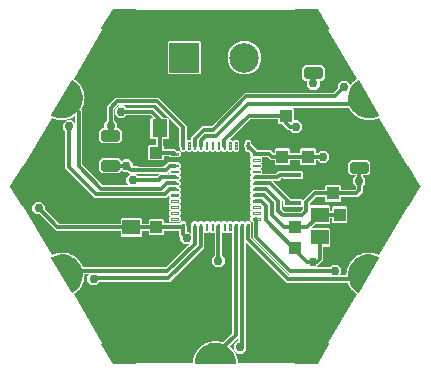
<source format=gbr>
G04 EAGLE Gerber RS-274X export*
G75*
%MOMM*%
%FSLAX34Y34*%
%LPD*%
%INBottom Copper*%
%IPPOS*%
%AMOC8*
5,1,8,0,0,1.08239X$1,22.5*%
G01*
%ADD10R,1.000000X1.100000*%
%ADD11R,1.500000X1.300000*%
%ADD12C,0.124994*%
%ADD13R,5.699988X5.699988*%
%ADD14R,1.399997X0.400000*%
%ADD15R,1.300000X1.500000*%
%ADD16R,1.100000X1.000000*%
%ADD17C,0.499997*%
%ADD18C,1.000000*%
%ADD19R,2.500000X2.500000*%
%ADD20C,2.500000*%
%ADD21C,0.304800*%
%ADD22C,0.756400*%
%ADD23C,0.177800*%

G36*
X443844Y270834D02*
X443844Y270834D01*
X443848Y270833D01*
X443848Y270837D01*
X443853Y270841D01*
X443849Y270846D01*
X443849Y270851D01*
X443141Y271560D01*
X443135Y271560D01*
X443132Y271563D01*
X408371Y271563D01*
X377653Y302281D01*
X377653Y315915D01*
X377643Y315927D01*
X377642Y315927D01*
X377641Y315927D01*
X376937Y315927D01*
X375677Y317187D01*
X375677Y320217D01*
X376653Y321194D01*
X376654Y321198D01*
X376657Y321201D01*
X376654Y321204D01*
X376654Y321209D01*
X376653Y321209D01*
X376653Y321210D01*
X375677Y322187D01*
X375677Y325217D01*
X376653Y326194D01*
X376654Y326202D01*
X376655Y326203D01*
X376654Y326203D01*
X376654Y326209D01*
X376653Y326209D01*
X376653Y326210D01*
X375677Y327187D01*
X375677Y330217D01*
X376653Y331194D01*
X376654Y331209D01*
X376653Y331209D01*
X376653Y331210D01*
X375677Y332187D01*
X375677Y335217D01*
X376653Y336194D01*
X376654Y336209D01*
X376653Y336209D01*
X376653Y336210D01*
X375677Y337187D01*
X375677Y340217D01*
X376653Y341194D01*
X376654Y341209D01*
X376653Y341209D01*
X376653Y341210D01*
X375677Y342187D01*
X375677Y345217D01*
X376653Y346194D01*
X376654Y346197D01*
X376654Y346198D01*
X376654Y346209D01*
X376653Y346209D01*
X376653Y346210D01*
X375677Y347187D01*
X375677Y350217D01*
X376653Y351194D01*
X376654Y351198D01*
X376656Y351200D01*
X376654Y351202D01*
X376654Y351209D01*
X376653Y351209D01*
X376653Y351210D01*
X375677Y352187D01*
X375677Y355217D01*
X376653Y356194D01*
X376654Y356200D01*
X376656Y356201D01*
X376654Y356204D01*
X376654Y356209D01*
X376653Y356209D01*
X376653Y356210D01*
X375677Y357187D01*
X375677Y360217D01*
X376653Y361194D01*
X376654Y361209D01*
X376653Y361209D01*
X376653Y361210D01*
X375677Y362187D01*
X375677Y365217D01*
X376653Y366194D01*
X376654Y366209D01*
X376653Y366209D01*
X376653Y366210D01*
X375677Y367187D01*
X375677Y370217D01*
X376653Y371194D01*
X376654Y371209D01*
X376653Y371209D01*
X376653Y371210D01*
X375677Y372187D01*
X375677Y374410D01*
X375674Y374415D01*
X375674Y374419D01*
X374419Y375674D01*
X374413Y375674D01*
X374410Y375677D01*
X372187Y375677D01*
X370927Y376937D01*
X370927Y379160D01*
X370924Y379165D01*
X370924Y379169D01*
X370653Y379439D01*
X370653Y381965D01*
X370924Y382235D01*
X370924Y382241D01*
X370927Y382244D01*
X370927Y384468D01*
X372187Y385727D01*
X375217Y385727D01*
X376477Y384468D01*
X376477Y382244D01*
X376480Y382240D01*
X376480Y382235D01*
X381961Y376754D01*
X381967Y376754D01*
X381970Y376751D01*
X393251Y376751D01*
X395651Y374351D01*
X395657Y374351D01*
X395659Y374348D01*
X395660Y374348D01*
X396231Y374348D01*
X396242Y374358D01*
X396242Y374359D01*
X396243Y374360D01*
X396243Y377430D01*
X397136Y378324D01*
X408399Y378324D01*
X409292Y377430D01*
X409292Y374318D01*
X409302Y374306D01*
X409303Y374306D01*
X409304Y374306D01*
X418093Y374306D01*
X418105Y374316D01*
X418104Y374317D01*
X418105Y374318D01*
X418105Y377388D01*
X418998Y378282D01*
X430261Y378282D01*
X431154Y377388D01*
X431154Y374241D01*
X431165Y374229D01*
X431165Y374230D01*
X431166Y374229D01*
X432759Y374229D01*
X432764Y374233D01*
X432768Y374233D01*
X435022Y376487D01*
X439419Y376487D01*
X442527Y373379D01*
X442527Y368982D01*
X439419Y365874D01*
X435022Y365874D01*
X432768Y368128D01*
X432762Y368128D01*
X432762Y368129D01*
X432759Y368132D01*
X431166Y368132D01*
X431154Y368121D01*
X431155Y368120D01*
X431154Y368120D01*
X431154Y365125D01*
X430261Y364232D01*
X418998Y364232D01*
X418105Y365125D01*
X418105Y368196D01*
X418094Y368208D01*
X418093Y368207D01*
X418093Y368208D01*
X409304Y368208D01*
X409292Y368198D01*
X409293Y368197D01*
X409292Y368196D01*
X409292Y365167D01*
X408399Y364274D01*
X397136Y364274D01*
X396243Y365167D01*
X396243Y368238D01*
X396232Y368250D01*
X396231Y368249D01*
X396231Y368250D01*
X393129Y368250D01*
X390729Y370650D01*
X390724Y370650D01*
X390721Y370653D01*
X385320Y370653D01*
X385317Y370651D01*
X385312Y370651D01*
X385312Y370647D01*
X385308Y370643D01*
X385312Y370639D01*
X385311Y370633D01*
X385727Y370217D01*
X385727Y367187D01*
X384751Y366210D01*
X384750Y366195D01*
X384751Y366195D01*
X384751Y366194D01*
X385727Y365217D01*
X385727Y362187D01*
X384751Y361210D01*
X384750Y361207D01*
X384750Y361206D01*
X384750Y361195D01*
X384751Y361195D01*
X384751Y361194D01*
X385727Y360217D01*
X385727Y357187D01*
X385311Y356771D01*
X385311Y356767D01*
X385309Y356766D01*
X385309Y356765D01*
X385308Y356764D01*
X385311Y356761D01*
X385310Y356755D01*
X385316Y356755D01*
X385320Y356751D01*
X397093Y356751D01*
X397097Y356754D01*
X397101Y356754D01*
X397742Y357395D01*
X399531Y359185D01*
X403560Y359185D01*
X403564Y359188D01*
X403568Y359188D01*
X403956Y359575D01*
X419219Y359575D01*
X420112Y358682D01*
X420112Y353419D01*
X419219Y352526D01*
X403956Y352526D01*
X403398Y353084D01*
X403392Y353084D01*
X403390Y353087D01*
X402062Y353087D01*
X402058Y353083D01*
X402054Y353084D01*
X401413Y352443D01*
X399623Y350653D01*
X394752Y350653D01*
X394749Y350651D01*
X394745Y350651D01*
X394745Y350647D01*
X394741Y350643D01*
X394744Y350639D01*
X394744Y350633D01*
X409798Y335579D01*
X409804Y335579D01*
X409806Y335576D01*
X419219Y335576D01*
X420112Y334682D01*
X420112Y329419D01*
X419219Y328526D01*
X403956Y328526D01*
X403063Y329419D01*
X403063Y333686D01*
X403059Y333690D01*
X403059Y333695D01*
X402240Y334513D01*
X402236Y334514D01*
X402233Y334517D01*
X402230Y334514D01*
X402225Y334514D01*
X402224Y334509D01*
X402220Y334505D01*
X402220Y326863D01*
X402224Y326858D01*
X402223Y326854D01*
X404502Y324576D01*
X404508Y324575D01*
X404511Y324572D01*
X417911Y324572D01*
X417915Y324576D01*
X417919Y324576D01*
X420191Y326847D01*
X420191Y326852D01*
X420194Y326855D01*
X420194Y334313D01*
X429141Y343259D01*
X439257Y343259D01*
X439269Y343270D01*
X439268Y343271D01*
X439269Y343271D01*
X439269Y346342D01*
X440162Y347235D01*
X451425Y347235D01*
X452318Y346342D01*
X452318Y343271D01*
X452329Y343260D01*
X452330Y343259D01*
X464201Y343259D01*
X464205Y343263D01*
X464209Y343263D01*
X464903Y343956D01*
X464903Y343962D01*
X464906Y343965D01*
X464906Y346333D01*
X464902Y346338D01*
X464903Y346342D01*
X462648Y348596D01*
X462648Y352992D01*
X464903Y355247D01*
X464903Y355253D01*
X464906Y355255D01*
X464906Y355412D01*
X464896Y355424D01*
X464895Y355423D01*
X464894Y355424D01*
X460788Y355424D01*
X458430Y357782D01*
X458430Y366116D01*
X460788Y368474D01*
X475122Y368474D01*
X477479Y366116D01*
X477479Y357782D01*
X475122Y355424D01*
X471015Y355424D01*
X471004Y355414D01*
X471004Y355413D01*
X471003Y355412D01*
X471003Y355255D01*
X471007Y355251D01*
X471007Y355247D01*
X473261Y352992D01*
X473261Y348596D01*
X471007Y346342D01*
X471007Y346336D01*
X471003Y346333D01*
X471003Y344040D01*
X471007Y344036D01*
X471007Y344032D01*
X471041Y343998D01*
X471041Y341472D01*
X469252Y339683D01*
X468521Y338951D01*
X466731Y337162D01*
X452330Y337162D01*
X452318Y337152D01*
X452319Y337151D01*
X452318Y337150D01*
X452318Y334079D01*
X451425Y333186D01*
X440162Y333186D01*
X439269Y334079D01*
X439269Y337150D01*
X439258Y337162D01*
X439258Y337161D01*
X439257Y337162D01*
X431671Y337162D01*
X431667Y337158D01*
X431663Y337159D01*
X426295Y331791D01*
X426295Y331785D01*
X426291Y331782D01*
X426291Y330177D01*
X426302Y330165D01*
X426303Y330166D01*
X426303Y330165D01*
X442470Y330165D01*
X443363Y329272D01*
X443363Y325181D01*
X443373Y325169D01*
X443374Y325170D01*
X443375Y325169D01*
X444753Y325169D01*
X444765Y325179D01*
X444764Y325180D01*
X444765Y325181D01*
X444765Y328252D01*
X445658Y329145D01*
X456922Y329145D01*
X457815Y328252D01*
X457815Y315988D01*
X456922Y315095D01*
X445658Y315095D01*
X444765Y315988D01*
X444765Y319059D01*
X444755Y319071D01*
X444754Y319070D01*
X444753Y319071D01*
X443375Y319071D01*
X443363Y319061D01*
X443363Y319060D01*
X443363Y319059D01*
X443363Y315008D01*
X442470Y314115D01*
X430630Y314115D01*
X430625Y314112D01*
X430621Y314112D01*
X427695Y311185D01*
X427694Y311181D01*
X427691Y311178D01*
X427694Y311175D01*
X427694Y311169D01*
X427699Y311169D01*
X427703Y311165D01*
X442470Y311165D01*
X443363Y310272D01*
X443363Y296008D01*
X442470Y295115D01*
X437399Y295115D01*
X437387Y295105D01*
X437387Y295104D01*
X437387Y295103D01*
X437387Y283578D01*
X433961Y280152D01*
X433960Y280147D01*
X433957Y280144D01*
X433957Y280128D01*
X431510Y277681D01*
X431510Y277677D01*
X431507Y277674D01*
X431510Y277671D01*
X431509Y277665D01*
X431515Y277665D01*
X431519Y277661D01*
X442952Y277661D01*
X442957Y277665D01*
X442961Y277664D01*
X445305Y280009D01*
X449701Y280009D01*
X452810Y276900D01*
X452810Y272504D01*
X451157Y270851D01*
X451157Y270847D01*
X451154Y270844D01*
X451157Y270841D01*
X451156Y270835D01*
X451162Y270835D01*
X451166Y270831D01*
X457020Y270831D01*
X457025Y270835D01*
X457029Y270836D01*
X457139Y270980D01*
X457138Y270985D01*
X457141Y270987D01*
X457183Y272486D01*
X457180Y272490D01*
X457181Y272493D01*
X457077Y272648D01*
X457206Y273305D01*
X457206Y273306D01*
X457207Y273307D01*
X457225Y273977D01*
X457361Y274105D01*
X457361Y274109D01*
X457364Y274111D01*
X457653Y275582D01*
X457650Y275586D01*
X457652Y275590D01*
X457575Y275759D01*
X457810Y276386D01*
X457810Y276387D01*
X457810Y276388D01*
X457811Y276388D01*
X457940Y277046D01*
X458094Y277150D01*
X458095Y277154D01*
X458099Y277155D01*
X458625Y278559D01*
X458625Y278560D01*
X458624Y278564D01*
X458626Y278567D01*
X458578Y278747D01*
X458913Y279326D01*
X458913Y279328D01*
X458914Y279328D01*
X459149Y279956D01*
X459319Y280033D01*
X459321Y280037D01*
X459324Y280037D01*
X460075Y281336D01*
X460074Y281340D01*
X460076Y281341D01*
X460076Y281342D01*
X460076Y281343D01*
X460058Y281528D01*
X460485Y282045D01*
X460485Y282046D01*
X460486Y282046D01*
X460821Y282626D01*
X461001Y282674D01*
X461004Y282678D01*
X461007Y282678D01*
X461961Y283835D01*
X461961Y283840D01*
X461964Y283842D01*
X461977Y284028D01*
X462482Y284467D01*
X462483Y284469D01*
X462484Y284469D01*
X462910Y284986D01*
X463095Y285004D01*
X463098Y285007D01*
X463102Y285006D01*
X464233Y285991D01*
X464234Y285995D01*
X464237Y285997D01*
X464281Y286178D01*
X464852Y286528D01*
X464852Y286530D01*
X464853Y286529D01*
X465359Y286969D01*
X465544Y286956D01*
X465548Y286959D01*
X465551Y286958D01*
X466829Y287742D01*
X466831Y287747D01*
X466834Y287748D01*
X466907Y287919D01*
X467528Y288171D01*
X467528Y288172D01*
X467530Y288172D01*
X468100Y288522D01*
X468281Y288479D01*
X468285Y288481D01*
X468289Y288480D01*
X469678Y289043D01*
X469680Y289047D01*
X469684Y289048D01*
X469784Y289205D01*
X470438Y289351D01*
X470438Y289352D01*
X470439Y289351D01*
X471060Y289603D01*
X471232Y289531D01*
X471236Y289532D01*
X471239Y289530D01*
X472703Y289857D01*
X472705Y289861D01*
X472709Y289861D01*
X472833Y289999D01*
X473502Y290036D01*
X473503Y290037D01*
X473504Y290036D01*
X474158Y290182D01*
X474315Y290082D01*
X474319Y290083D01*
X474320Y290081D01*
X474321Y290081D01*
X474322Y290080D01*
X475819Y290162D01*
X475822Y290165D01*
X475823Y290165D01*
X475826Y290165D01*
X475972Y290281D01*
X476637Y290207D01*
X476638Y290208D01*
X476639Y290207D01*
X477308Y290243D01*
X477447Y290119D01*
X477452Y290119D01*
X477454Y290116D01*
X478944Y289950D01*
X478948Y289953D01*
X478951Y289951D01*
X479114Y290042D01*
X479758Y289859D01*
X479760Y289860D01*
X479760Y289859D01*
X480426Y289785D01*
X480542Y289639D01*
X480547Y289639D01*
X480548Y289635D01*
X481991Y289226D01*
X481995Y289228D01*
X481998Y289227D01*
X482174Y289289D01*
X482779Y289003D01*
X482781Y289004D01*
X482781Y289002D01*
X483426Y288820D01*
X483516Y288657D01*
X483521Y288656D01*
X483522Y288652D01*
X484792Y288052D01*
X484794Y288052D01*
X484795Y288052D01*
X484799Y288052D01*
X484801Y288051D01*
X484890Y288075D01*
X484941Y288045D01*
X484956Y288048D01*
X484956Y288049D01*
X484957Y288049D01*
X509010Y329711D01*
X509618Y329291D01*
X509645Y329280D01*
X509667Y329261D01*
X509736Y329241D01*
X509801Y329213D01*
X509830Y329213D01*
X509858Y329205D01*
X509929Y329213D01*
X510000Y329213D01*
X510027Y329224D01*
X510056Y329227D01*
X510118Y329262D01*
X510183Y329290D01*
X510204Y329310D01*
X510229Y329325D01*
X510292Y329402D01*
X510322Y329432D01*
X510326Y329442D01*
X510335Y329453D01*
X519835Y345953D01*
X519845Y345985D01*
X519854Y345998D01*
X519858Y346022D01*
X519859Y346026D01*
X519890Y346096D01*
X519890Y346120D01*
X519898Y346142D01*
X519892Y346218D01*
X519893Y346295D01*
X519883Y346319D01*
X519882Y346340D01*
X519861Y346379D01*
X519835Y346451D01*
X510335Y362951D01*
X510316Y362973D01*
X510303Y362999D01*
X510250Y363047D01*
X510203Y363100D01*
X510177Y363113D01*
X510156Y363132D01*
X510088Y363155D01*
X510024Y363186D01*
X509995Y363188D01*
X509968Y363197D01*
X509896Y363192D01*
X509825Y363195D01*
X509798Y363185D01*
X509769Y363183D01*
X509679Y363141D01*
X509639Y363126D01*
X509631Y363119D01*
X509618Y363113D01*
X509010Y362693D01*
X484957Y404355D01*
X484949Y404357D01*
X484948Y404359D01*
X484945Y404359D01*
X484942Y404360D01*
X484942Y404359D01*
X484941Y404359D01*
X484890Y404329D01*
X484801Y404353D01*
X484796Y404351D01*
X484792Y404352D01*
X483522Y403752D01*
X483520Y403748D01*
X483516Y403747D01*
X483426Y403584D01*
X482781Y403401D01*
X482780Y403400D01*
X482779Y403401D01*
X482174Y403115D01*
X481998Y403177D01*
X481997Y403177D01*
X481992Y403177D01*
X481991Y403178D01*
X480548Y402769D01*
X480546Y402765D01*
X480542Y402765D01*
X480426Y402619D01*
X479760Y402545D01*
X479760Y402544D01*
X479759Y402544D01*
X479758Y402545D01*
X479114Y402362D01*
X478951Y402453D01*
X478947Y402452D01*
X478944Y402454D01*
X477454Y402288D01*
X477451Y402285D01*
X477447Y402285D01*
X477308Y402161D01*
X476639Y402197D01*
X476638Y402196D01*
X476637Y402197D01*
X475972Y402123D01*
X475826Y402239D01*
X475822Y402239D01*
X475819Y402242D01*
X474322Y402324D01*
X474318Y402321D01*
X474315Y402322D01*
X474158Y402222D01*
X473504Y402368D01*
X473503Y402367D01*
X473502Y402368D01*
X472833Y402405D01*
X472709Y402543D01*
X472704Y402544D01*
X472703Y402547D01*
X471239Y402874D01*
X471235Y402872D01*
X471232Y402873D01*
X471060Y402801D01*
X470439Y403053D01*
X470438Y403052D01*
X470438Y403053D01*
X469784Y403199D01*
X469684Y403356D01*
X469680Y403358D01*
X469678Y403361D01*
X468289Y403924D01*
X468284Y403923D01*
X468281Y403925D01*
X468100Y403882D01*
X467530Y404232D01*
X467528Y404232D01*
X467528Y404233D01*
X466907Y404485D01*
X466834Y404656D01*
X466830Y404658D01*
X466830Y404662D01*
X465551Y405446D01*
X465547Y405445D01*
X465544Y405448D01*
X465359Y405435D01*
X464853Y405875D01*
X464852Y405875D01*
X464852Y405876D01*
X464281Y406226D01*
X464237Y406407D01*
X464234Y406410D01*
X464234Y406413D01*
X463102Y407398D01*
X463097Y407398D01*
X463095Y407400D01*
X462910Y407418D01*
X462484Y407935D01*
X462482Y407935D01*
X462482Y407937D01*
X461977Y408376D01*
X461964Y408562D01*
X461961Y408565D01*
X461961Y408569D01*
X461007Y409726D01*
X461003Y409726D01*
X461001Y409730D01*
X460821Y409778D01*
X460486Y410358D01*
X460484Y410358D01*
X460485Y410359D01*
X460058Y410876D01*
X460076Y411061D01*
X460074Y411065D01*
X460075Y411068D01*
X459324Y412367D01*
X459320Y412368D01*
X459319Y412371D01*
X459149Y412448D01*
X459122Y412522D01*
X459113Y412526D01*
X459110Y412530D01*
X411952Y412530D01*
X411949Y412527D01*
X411945Y412527D01*
X411944Y412523D01*
X411940Y412519D01*
X411944Y412515D01*
X411944Y412509D01*
X412406Y412047D01*
X412406Y402066D01*
X412417Y402055D01*
X412418Y402055D01*
X416243Y402055D01*
X419352Y398946D01*
X419352Y394550D01*
X416243Y391441D01*
X411847Y391441D01*
X409593Y393696D01*
X409587Y393696D01*
X409584Y393699D01*
X407972Y393699D01*
X402833Y398838D01*
X402833Y398879D01*
X402822Y398890D01*
X402821Y398891D01*
X400250Y398891D01*
X399357Y399784D01*
X399357Y402814D01*
X399346Y402825D01*
X399345Y402826D01*
X375773Y402826D01*
X375769Y402822D01*
X375765Y402822D01*
X358690Y385747D01*
X358689Y385743D01*
X358686Y385740D01*
X358689Y385737D01*
X358689Y385731D01*
X358694Y385731D01*
X358698Y385727D01*
X360217Y385727D01*
X361194Y384751D01*
X361209Y384750D01*
X361209Y384751D01*
X361210Y384751D01*
X362187Y385727D01*
X365217Y385727D01*
X366477Y384468D01*
X366477Y376937D01*
X365217Y375677D01*
X362187Y375677D01*
X361210Y376653D01*
X361195Y376654D01*
X361195Y376653D01*
X361194Y376653D01*
X360217Y375677D01*
X357187Y375677D01*
X356210Y376653D01*
X356195Y376654D01*
X356195Y376653D01*
X356194Y376653D01*
X355217Y375677D01*
X352187Y375677D01*
X351210Y376653D01*
X351195Y376654D01*
X351195Y376653D01*
X351194Y376653D01*
X350217Y375677D01*
X347187Y375677D01*
X346210Y376653D01*
X346195Y376654D01*
X346195Y376653D01*
X346194Y376653D01*
X345217Y375677D01*
X342187Y375677D01*
X341210Y376653D01*
X341195Y376654D01*
X341195Y376653D01*
X341194Y376653D01*
X340217Y375677D01*
X337187Y375677D01*
X336210Y376653D01*
X336195Y376654D01*
X336195Y376653D01*
X336194Y376653D01*
X335217Y375677D01*
X332187Y375677D01*
X331210Y376653D01*
X331195Y376654D01*
X331195Y376653D01*
X331194Y376653D01*
X330217Y375677D01*
X327187Y375677D01*
X326210Y376653D01*
X326195Y376654D01*
X326195Y376653D01*
X326194Y376653D01*
X325217Y375677D01*
X322187Y375677D01*
X321210Y376653D01*
X321195Y376654D01*
X321195Y376653D01*
X321194Y376653D01*
X320217Y375677D01*
X317187Y375677D01*
X315927Y376937D01*
X315927Y379160D01*
X315924Y379165D01*
X315924Y379169D01*
X315653Y379439D01*
X315653Y395106D01*
X315650Y395111D01*
X315650Y395115D01*
X295641Y415123D01*
X295636Y415124D01*
X295633Y415126D01*
X295633Y415127D01*
X264219Y415127D01*
X264214Y415123D01*
X264210Y415123D01*
X260438Y411351D01*
X260438Y411347D01*
X260435Y411344D01*
X260435Y411343D01*
X260435Y402024D01*
X260438Y402020D01*
X260438Y402016D01*
X262693Y399761D01*
X262693Y395625D01*
X262703Y395613D01*
X262704Y395613D01*
X264467Y395613D01*
X266825Y393255D01*
X266825Y384921D01*
X264467Y382563D01*
X250133Y382563D01*
X247775Y384921D01*
X247775Y393255D01*
X250133Y395613D01*
X252067Y395613D01*
X252079Y395623D01*
X252078Y395624D01*
X252079Y395625D01*
X252079Y399762D01*
X254334Y402016D01*
X254334Y402022D01*
X254337Y402024D01*
X254337Y413873D01*
X256126Y415663D01*
X259899Y419435D01*
X261688Y421224D01*
X298163Y421224D01*
X299953Y419435D01*
X321751Y397637D01*
X321751Y385320D01*
X321754Y385317D01*
X321753Y385312D01*
X321757Y385312D01*
X321761Y385308D01*
X321765Y385312D01*
X321771Y385311D01*
X322187Y385727D01*
X325217Y385727D01*
X325672Y385272D01*
X325676Y385272D01*
X325679Y385269D01*
X325682Y385271D01*
X325688Y385271D01*
X325688Y385277D01*
X325693Y385280D01*
X325693Y387621D01*
X335329Y397257D01*
X342989Y397257D01*
X342993Y397260D01*
X342997Y397260D01*
X371215Y425479D01*
X445984Y425479D01*
X445988Y425482D01*
X445992Y425482D01*
X449826Y429316D01*
X449826Y429321D01*
X449829Y429324D01*
X449829Y432512D01*
X452938Y435621D01*
X457334Y435621D01*
X460443Y432512D01*
X460443Y431925D01*
X460446Y431922D01*
X460446Y431917D01*
X460450Y431917D01*
X460453Y431913D01*
X460458Y431918D01*
X460464Y431918D01*
X461271Y433018D01*
X461271Y433022D01*
X461273Y433025D01*
X461276Y433211D01*
X461756Y433678D01*
X461756Y433680D01*
X461757Y433680D01*
X462153Y434220D01*
X462338Y434248D01*
X462340Y434251D01*
X462344Y434251D01*
X463418Y435298D01*
X463419Y435302D01*
X463422Y435304D01*
X463455Y435487D01*
X464005Y435869D01*
X464005Y435871D01*
X464007Y435871D01*
X464486Y436338D01*
X464673Y436336D01*
X464676Y436339D01*
X464679Y436338D01*
X465834Y437139D01*
X465835Y437144D01*
X465839Y437146D01*
X465862Y437235D01*
X465936Y437277D01*
X465941Y437292D01*
X465940Y437293D01*
X465940Y437294D01*
X441888Y478954D01*
X442516Y479251D01*
X442538Y479268D01*
X442565Y479278D01*
X442617Y479327D01*
X442675Y479370D01*
X442689Y479395D01*
X442710Y479414D01*
X442739Y479480D01*
X442775Y479542D01*
X442778Y479570D01*
X442790Y479596D01*
X442791Y479668D01*
X442800Y479739D01*
X442792Y479766D01*
X442793Y479795D01*
X442757Y479890D01*
X442746Y479930D01*
X442739Y479939D01*
X442735Y479951D01*
X433235Y496451D01*
X433183Y496510D01*
X433137Y496572D01*
X433118Y496583D01*
X433103Y496600D01*
X433033Y496634D01*
X432966Y496674D01*
X432942Y496678D01*
X432924Y496686D01*
X432879Y496688D01*
X432802Y496701D01*
X413802Y496701D01*
X413774Y496696D01*
X413746Y496698D01*
X413678Y496676D01*
X413607Y496662D01*
X413584Y496646D01*
X413557Y496637D01*
X413502Y496590D01*
X413443Y496549D01*
X413428Y496525D01*
X413407Y496507D01*
X413375Y496442D01*
X413336Y496382D01*
X413331Y496354D01*
X413319Y496328D01*
X413310Y496227D01*
X413303Y496185D01*
X413305Y496175D01*
X413304Y496162D01*
X413361Y495447D01*
X279043Y495447D01*
X279100Y496162D01*
X279096Y496191D01*
X279101Y496219D01*
X279084Y496288D01*
X279076Y496360D01*
X279062Y496384D01*
X279055Y496412D01*
X279012Y496470D01*
X278977Y496532D01*
X278954Y496549D01*
X278937Y496572D01*
X278875Y496609D01*
X278818Y496652D01*
X278790Y496659D01*
X278766Y496674D01*
X278666Y496690D01*
X278625Y496701D01*
X278615Y496699D01*
X278602Y496701D01*
X259602Y496701D01*
X259526Y496686D01*
X259448Y496677D01*
X259429Y496666D01*
X259407Y496662D01*
X259343Y496618D01*
X259275Y496579D01*
X259259Y496560D01*
X259243Y496549D01*
X259219Y496511D01*
X259169Y496451D01*
X249669Y479951D01*
X249660Y479924D01*
X249644Y479900D01*
X249629Y479830D01*
X249606Y479762D01*
X249609Y479734D01*
X249603Y479706D01*
X249617Y479636D01*
X249622Y479564D01*
X249635Y479539D01*
X249641Y479511D01*
X249681Y479451D01*
X249714Y479388D01*
X249736Y479370D01*
X249752Y479346D01*
X249835Y479288D01*
X249867Y479261D01*
X249878Y479258D01*
X249889Y479251D01*
X250516Y478954D01*
X226464Y437294D01*
X226467Y437278D01*
X226468Y437278D01*
X226468Y437277D01*
X226542Y437235D01*
X226565Y437146D01*
X226570Y437143D01*
X226570Y437139D01*
X227725Y436338D01*
X227729Y436338D01*
X227731Y436336D01*
X227918Y436338D01*
X228397Y435871D01*
X228399Y435871D01*
X228399Y435869D01*
X228949Y435487D01*
X228982Y435304D01*
X228986Y435301D01*
X228986Y435298D01*
X230060Y434251D01*
X230065Y434251D01*
X230066Y434248D01*
X230251Y434220D01*
X230647Y433680D01*
X230648Y433679D01*
X230648Y433678D01*
X231128Y433211D01*
X231131Y433025D01*
X231134Y433021D01*
X231133Y433018D01*
X232020Y431809D01*
X232025Y431808D01*
X232026Y431804D01*
X232203Y431746D01*
X232505Y431148D01*
X232506Y431148D01*
X232506Y431147D01*
X232902Y430607D01*
X232874Y430423D01*
X232876Y430420D01*
X232875Y430420D01*
X232877Y430419D01*
X232875Y430415D01*
X233552Y429077D01*
X233556Y429075D01*
X233557Y429072D01*
X233722Y428985D01*
X233921Y428346D01*
X233922Y428345D01*
X233922Y428344D01*
X234224Y427746D01*
X234166Y427569D01*
X234166Y427568D01*
X234165Y427567D01*
X234167Y427565D01*
X234166Y427562D01*
X234612Y426130D01*
X234616Y426128D01*
X234617Y426124D01*
X234765Y426012D01*
X234857Y425348D01*
X234858Y425347D01*
X234857Y425346D01*
X235057Y424707D01*
X234970Y424542D01*
X234971Y424538D01*
X234969Y424535D01*
X235174Y423049D01*
X235177Y423046D01*
X235177Y423043D01*
X235305Y422907D01*
X235286Y422238D01*
X235287Y422237D01*
X235286Y422236D01*
X235378Y421572D01*
X235265Y421424D01*
X235266Y421421D01*
X235264Y421419D01*
X235264Y421418D01*
X235263Y421417D01*
X235221Y419918D01*
X235224Y419914D01*
X235223Y419911D01*
X235327Y419756D01*
X235198Y419099D01*
X235198Y419098D01*
X235197Y419097D01*
X235179Y418427D01*
X235043Y418299D01*
X235043Y418295D01*
X235040Y418293D01*
X234751Y416822D01*
X234754Y416818D01*
X234752Y416814D01*
X234829Y416645D01*
X234594Y416018D01*
X234594Y416016D01*
X234593Y416016D01*
X234464Y415358D01*
X234310Y415254D01*
X234309Y415250D01*
X234305Y415249D01*
X233779Y413845D01*
X233780Y413840D01*
X233780Y413839D01*
X233779Y413839D01*
X233779Y413838D01*
X233778Y413837D01*
X233826Y413657D01*
X233491Y413078D01*
X233491Y413076D01*
X233490Y413076D01*
X233255Y412448D01*
X233085Y412371D01*
X233083Y412367D01*
X233080Y412367D01*
X232670Y411658D01*
X232671Y411656D01*
X232669Y411654D01*
X232671Y411651D01*
X232672Y411647D01*
X232672Y411644D01*
X233559Y410757D01*
X233559Y364295D01*
X233563Y364290D01*
X233562Y364286D01*
X250736Y347113D01*
X250741Y347113D01*
X250744Y347110D01*
X272955Y347110D01*
X272958Y347112D01*
X272963Y347112D01*
X272963Y347116D01*
X272967Y347120D01*
X272963Y347124D01*
X272964Y347130D01*
X270862Y349231D01*
X270862Y353627D01*
X273971Y356736D01*
X278367Y356736D01*
X280538Y354565D01*
X280544Y354565D01*
X280546Y354562D01*
X296789Y354562D01*
X296793Y354566D01*
X296797Y354565D01*
X298982Y356751D01*
X307084Y356751D01*
X307087Y356754D01*
X307092Y356753D01*
X307092Y356757D01*
X307096Y356761D01*
X307092Y356765D01*
X307093Y356771D01*
X306677Y357187D01*
X306677Y358334D01*
X306674Y358337D01*
X306675Y358341D01*
X306671Y358341D01*
X306667Y358346D01*
X306663Y358342D01*
X306657Y358342D01*
X305227Y356912D01*
X273278Y356912D01*
X271838Y358352D01*
X271833Y358352D01*
X271830Y358355D01*
X268647Y358355D01*
X266845Y360157D01*
X266841Y360158D01*
X266838Y360161D01*
X266835Y360158D01*
X266829Y360158D01*
X266829Y360153D01*
X266825Y360149D01*
X266825Y359521D01*
X264467Y357163D01*
X250133Y357163D01*
X247775Y359521D01*
X247775Y367855D01*
X250133Y370213D01*
X264467Y370213D01*
X266825Y367855D01*
X266825Y367175D01*
X266827Y367172D01*
X266827Y367168D01*
X266831Y367167D01*
X266835Y367163D01*
X266839Y367167D01*
X266845Y367167D01*
X268647Y368969D01*
X273043Y368969D01*
X276152Y365860D01*
X276152Y363022D01*
X276162Y363010D01*
X276163Y363011D01*
X276164Y363010D01*
X302697Y363010D01*
X302701Y363014D01*
X302705Y363013D01*
X306442Y366751D01*
X312965Y366751D01*
X313235Y366480D01*
X313241Y366480D01*
X313244Y366477D01*
X315467Y366477D01*
X316727Y365217D01*
X316727Y362187D01*
X315751Y361210D01*
X315750Y361207D01*
X315750Y361206D01*
X315750Y361195D01*
X315751Y361195D01*
X315751Y361194D01*
X316727Y360217D01*
X316727Y357187D01*
X315751Y356210D01*
X315750Y356206D01*
X315748Y356204D01*
X315750Y356202D01*
X315750Y356195D01*
X315751Y356195D01*
X315751Y356194D01*
X316727Y355217D01*
X316727Y352187D01*
X315751Y351210D01*
X315750Y351205D01*
X315748Y351203D01*
X315750Y351200D01*
X315750Y351195D01*
X315751Y351195D01*
X315751Y351194D01*
X316727Y350217D01*
X316727Y347187D01*
X315751Y346210D01*
X315750Y346201D01*
X315750Y346195D01*
X315751Y346195D01*
X315751Y346194D01*
X316727Y345217D01*
X316727Y342187D01*
X315751Y341210D01*
X315750Y341195D01*
X315751Y341195D01*
X315751Y341194D01*
X316727Y340217D01*
X316727Y337187D01*
X315751Y336210D01*
X315750Y336195D01*
X315751Y336195D01*
X315751Y336194D01*
X316727Y335217D01*
X316727Y332187D01*
X315751Y331210D01*
X315750Y331195D01*
X315751Y331195D01*
X315751Y331194D01*
X316727Y330217D01*
X316727Y327187D01*
X315751Y326210D01*
X315750Y326207D01*
X315749Y326206D01*
X315750Y326204D01*
X315750Y326195D01*
X315751Y326195D01*
X315751Y326194D01*
X316727Y325217D01*
X316727Y322187D01*
X315751Y321210D01*
X315750Y321206D01*
X315747Y321204D01*
X315750Y321201D01*
X315750Y321195D01*
X315751Y321195D01*
X315751Y321194D01*
X316727Y320217D01*
X316727Y317187D01*
X315467Y315927D01*
X307936Y315927D01*
X306677Y317187D01*
X306677Y320217D01*
X307653Y321194D01*
X307654Y321198D01*
X307657Y321201D01*
X307654Y321204D01*
X307654Y321209D01*
X307653Y321209D01*
X307653Y321210D01*
X306677Y322187D01*
X306677Y325217D01*
X307653Y326194D01*
X307654Y326202D01*
X307655Y326203D01*
X307654Y326203D01*
X307654Y326209D01*
X307653Y326209D01*
X307653Y326210D01*
X306677Y327187D01*
X306677Y330217D01*
X307653Y331194D01*
X307654Y331209D01*
X307653Y331209D01*
X307653Y331210D01*
X306677Y332187D01*
X306677Y335217D01*
X307653Y336194D01*
X307654Y336209D01*
X307653Y336209D01*
X307653Y336210D01*
X306677Y337187D01*
X306677Y338377D01*
X306674Y338380D01*
X306675Y338384D01*
X306671Y338385D01*
X306667Y338389D01*
X306663Y338385D01*
X306657Y338385D01*
X304712Y336440D01*
X244213Y336440D01*
X242424Y338229D01*
X220864Y359789D01*
X219074Y361579D01*
X219074Y392752D01*
X219071Y392756D01*
X219071Y392760D01*
X217047Y394784D01*
X217047Y399180D01*
X220156Y402288D01*
X224552Y402288D01*
X227441Y399400D01*
X227445Y399399D01*
X227448Y399396D01*
X227451Y399399D01*
X227457Y399399D01*
X227457Y399404D01*
X227461Y399408D01*
X227461Y405770D01*
X227459Y405773D01*
X227459Y405777D01*
X227455Y405778D01*
X227451Y405782D01*
X227448Y405779D01*
X227446Y405779D01*
X227445Y405779D01*
X227442Y405780D01*
X227045Y405435D01*
X226860Y405448D01*
X226856Y405445D01*
X226853Y405446D01*
X225575Y404662D01*
X225573Y404657D01*
X225570Y404656D01*
X225497Y404485D01*
X224876Y404233D01*
X224876Y404232D01*
X224874Y404232D01*
X224304Y403882D01*
X224123Y403925D01*
X224119Y403923D01*
X224115Y403924D01*
X222726Y403361D01*
X222724Y403357D01*
X222720Y403356D01*
X222620Y403199D01*
X221966Y403053D01*
X221966Y403052D01*
X221965Y403053D01*
X221344Y402801D01*
X221172Y402873D01*
X221168Y402872D01*
X221165Y402874D01*
X219701Y402547D01*
X219699Y402543D01*
X219695Y402543D01*
X219571Y402405D01*
X218902Y402368D01*
X218901Y402367D01*
X218900Y402368D01*
X218246Y402222D01*
X218089Y402322D01*
X218084Y402321D01*
X218082Y402324D01*
X216585Y402242D01*
X216581Y402239D01*
X216578Y402239D01*
X216432Y402123D01*
X215767Y402197D01*
X215766Y402196D01*
X215765Y402197D01*
X215096Y402161D01*
X214957Y402285D01*
X214952Y402285D01*
X214950Y402288D01*
X213460Y402454D01*
X213456Y402451D01*
X213453Y402453D01*
X213290Y402362D01*
X212646Y402545D01*
X212645Y402544D01*
X212644Y402544D01*
X212644Y402545D01*
X211978Y402619D01*
X211862Y402765D01*
X211857Y402765D01*
X211856Y402769D01*
X210413Y403178D01*
X210412Y403177D01*
X210407Y403177D01*
X210406Y403177D01*
X210230Y403115D01*
X209625Y403401D01*
X209623Y403400D01*
X209623Y403402D01*
X208978Y403584D01*
X208888Y403747D01*
X208883Y403748D01*
X208882Y403752D01*
X207612Y404352D01*
X207607Y404351D01*
X207603Y404353D01*
X207514Y404329D01*
X207463Y404359D01*
X207461Y404358D01*
X207460Y404359D01*
X207456Y404359D01*
X207454Y404357D01*
X207448Y404356D01*
X207448Y404355D01*
X207447Y404355D01*
X183394Y362693D01*
X182786Y363113D01*
X182759Y363124D01*
X182737Y363143D01*
X182668Y363163D01*
X182603Y363191D01*
X182574Y363191D01*
X182546Y363199D01*
X182475Y363191D01*
X182404Y363192D01*
X182377Y363180D01*
X182348Y363177D01*
X182286Y363142D01*
X182221Y363114D01*
X182200Y363094D01*
X182175Y363079D01*
X182112Y363002D01*
X182082Y362972D01*
X182078Y362962D01*
X182069Y362951D01*
X172569Y346451D01*
X172545Y346378D01*
X172514Y346308D01*
X172514Y346284D01*
X172506Y346262D01*
X172513Y346186D01*
X172512Y346109D01*
X172521Y346085D01*
X172522Y346064D01*
X172543Y346025D01*
X172562Y345973D01*
X172563Y345967D01*
X172565Y345965D01*
X172569Y345953D01*
X182069Y329453D01*
X182088Y329431D01*
X182101Y329405D01*
X182154Y329357D01*
X182201Y329304D01*
X182227Y329291D01*
X182249Y329272D01*
X182316Y329249D01*
X182380Y329218D01*
X182409Y329217D01*
X182436Y329207D01*
X182508Y329212D01*
X182579Y329209D01*
X182606Y329219D01*
X182635Y329221D01*
X182725Y329263D01*
X182765Y329278D01*
X182773Y329285D01*
X182786Y329291D01*
X183394Y329711D01*
X207447Y288049D01*
X207462Y288044D01*
X207462Y288045D01*
X207463Y288045D01*
X207514Y288075D01*
X207603Y288051D01*
X207605Y288052D01*
X207609Y288052D01*
X207610Y288052D01*
X207612Y288052D01*
X208882Y288652D01*
X208884Y288656D01*
X208888Y288657D01*
X208978Y288820D01*
X209623Y289002D01*
X209624Y289004D01*
X209625Y289003D01*
X210230Y289289D01*
X210406Y289227D01*
X210410Y289228D01*
X210413Y289226D01*
X211856Y289635D01*
X211858Y289639D01*
X211862Y289639D01*
X211978Y289785D01*
X212644Y289859D01*
X212645Y289860D01*
X212646Y289859D01*
X213290Y290042D01*
X213453Y289951D01*
X213457Y289952D01*
X213460Y289950D01*
X214950Y290116D01*
X214953Y290119D01*
X214957Y290119D01*
X215096Y290243D01*
X215765Y290207D01*
X215766Y290208D01*
X215767Y290207D01*
X216432Y290281D01*
X216578Y290165D01*
X216582Y290165D01*
X216585Y290162D01*
X218082Y290080D01*
X218083Y290081D01*
X218084Y290081D01*
X218086Y290083D01*
X218089Y290082D01*
X218246Y290182D01*
X218900Y290036D01*
X218901Y290037D01*
X218902Y290036D01*
X219571Y289999D01*
X219695Y289861D01*
X219700Y289860D01*
X219701Y289857D01*
X221165Y289530D01*
X221169Y289532D01*
X221172Y289531D01*
X221344Y289603D01*
X221965Y289351D01*
X221966Y289352D01*
X221966Y289351D01*
X222620Y289205D01*
X222720Y289048D01*
X222724Y289046D01*
X222726Y289043D01*
X224115Y288480D01*
X224120Y288481D01*
X224123Y288479D01*
X224304Y288522D01*
X224874Y288172D01*
X224876Y288172D01*
X224876Y288171D01*
X225497Y287919D01*
X225570Y287748D01*
X225574Y287746D01*
X225574Y287742D01*
X226853Y286958D01*
X226857Y286959D01*
X226860Y286956D01*
X227045Y286969D01*
X227551Y286529D01*
X227552Y286529D01*
X227552Y286528D01*
X228123Y286178D01*
X228167Y285997D01*
X228170Y285994D01*
X228170Y285991D01*
X229302Y285006D01*
X229307Y285006D01*
X229309Y285004D01*
X229494Y284986D01*
X229920Y284469D01*
X229922Y284469D01*
X229922Y284467D01*
X230427Y284028D01*
X230440Y283842D01*
X230443Y283839D01*
X230443Y283835D01*
X231397Y282678D01*
X231401Y282678D01*
X231403Y282674D01*
X231583Y282626D01*
X231918Y282046D01*
X231920Y282046D01*
X231919Y282045D01*
X232346Y281528D01*
X232328Y281343D01*
X232330Y281339D01*
X232329Y281336D01*
X233080Y280037D01*
X233084Y280036D01*
X233085Y280033D01*
X233255Y279956D01*
X233490Y279328D01*
X233491Y279328D01*
X233491Y279326D01*
X233826Y278747D01*
X233778Y278567D01*
X233780Y278564D01*
X233779Y278563D01*
X233780Y278562D01*
X233779Y278559D01*
X234087Y277737D01*
X234095Y277733D01*
X234098Y277729D01*
X304340Y277729D01*
X304344Y277733D01*
X304348Y277733D01*
X323592Y296976D01*
X323592Y296980D01*
X323595Y296983D01*
X323592Y296986D01*
X323593Y296992D01*
X323587Y296992D01*
X323583Y296996D01*
X319674Y296996D01*
X316565Y300105D01*
X316565Y303293D01*
X316561Y303298D01*
X316562Y303302D01*
X315653Y304210D01*
X315653Y308641D01*
X315643Y308653D01*
X315642Y308652D01*
X315641Y308653D01*
X302775Y308653D01*
X302763Y308643D01*
X302764Y308642D01*
X302763Y308641D01*
X302763Y305496D01*
X301870Y304603D01*
X290606Y304603D01*
X289713Y305496D01*
X289713Y308567D01*
X289703Y308579D01*
X289702Y308578D01*
X289701Y308579D01*
X284131Y308579D01*
X284119Y308569D01*
X284120Y308568D01*
X284119Y308567D01*
X284119Y304550D01*
X283226Y303657D01*
X266962Y303657D01*
X266069Y304550D01*
X266069Y308621D01*
X266059Y308633D01*
X266058Y308632D01*
X266057Y308633D01*
X211227Y308633D01*
X197435Y322426D01*
X197429Y322426D01*
X197426Y322429D01*
X194238Y322429D01*
X191129Y325538D01*
X191129Y329934D01*
X194238Y333043D01*
X198634Y333043D01*
X201743Y329934D01*
X201743Y326746D01*
X201746Y326742D01*
X201746Y326738D01*
X213749Y314734D01*
X213755Y314734D01*
X213757Y314732D01*
X213758Y314731D01*
X266057Y314731D01*
X266069Y314741D01*
X266069Y314742D01*
X266069Y314743D01*
X266069Y318814D01*
X266962Y319707D01*
X283226Y319707D01*
X284119Y318814D01*
X284119Y314689D01*
X284129Y314677D01*
X284130Y314678D01*
X284131Y314677D01*
X289701Y314677D01*
X289713Y314687D01*
X289712Y314688D01*
X289713Y314689D01*
X289713Y317760D01*
X290606Y318653D01*
X301870Y318653D01*
X302763Y317760D01*
X302763Y314763D01*
X302773Y314751D01*
X302774Y314751D01*
X302775Y314751D01*
X315915Y314751D01*
X315927Y314761D01*
X315927Y314762D01*
X315927Y314763D01*
X315927Y315467D01*
X317187Y316727D01*
X320217Y316727D01*
X321477Y315467D01*
X321477Y313244D01*
X321480Y313240D01*
X321480Y313235D01*
X321751Y312965D01*
X321751Y307622D01*
X321761Y307610D01*
X321762Y307611D01*
X321763Y307610D01*
X324070Y307610D01*
X325633Y306047D01*
X325637Y306047D01*
X325640Y306044D01*
X325643Y306046D01*
X325649Y306046D01*
X325649Y306052D01*
X325653Y306056D01*
X325653Y312965D01*
X325924Y313235D01*
X325924Y313241D01*
X325927Y313244D01*
X325927Y315467D01*
X327187Y316727D01*
X330217Y316727D01*
X331194Y315751D01*
X331209Y315750D01*
X331209Y315751D01*
X331210Y315751D01*
X332187Y316727D01*
X335217Y316727D01*
X336194Y315751D01*
X336209Y315750D01*
X336209Y315751D01*
X336210Y315751D01*
X337187Y316727D01*
X340217Y316727D01*
X341194Y315751D01*
X341209Y315750D01*
X341209Y315751D01*
X341210Y315751D01*
X342187Y316727D01*
X345217Y316727D01*
X346194Y315751D01*
X346209Y315750D01*
X346209Y315751D01*
X346210Y315751D01*
X347187Y316727D01*
X350217Y316727D01*
X351194Y315751D01*
X351209Y315750D01*
X351209Y315751D01*
X351210Y315751D01*
X352187Y316727D01*
X355217Y316727D01*
X356194Y315751D01*
X356209Y315750D01*
X356209Y315751D01*
X356210Y315751D01*
X357187Y316727D01*
X360217Y316727D01*
X361194Y315751D01*
X361209Y315750D01*
X361209Y315751D01*
X361210Y315751D01*
X362187Y316727D01*
X365217Y316727D01*
X366194Y315751D01*
X366209Y315750D01*
X366209Y315751D01*
X366210Y315751D01*
X367187Y316727D01*
X370217Y316727D01*
X371194Y315751D01*
X371209Y315750D01*
X371209Y315751D01*
X371210Y315751D01*
X372187Y316727D01*
X375217Y316727D01*
X376477Y315467D01*
X376477Y313244D01*
X376480Y313240D01*
X376480Y313235D01*
X376751Y312965D01*
X376751Y302848D01*
X376754Y302843D01*
X376754Y302839D01*
X408759Y270834D01*
X408765Y270834D01*
X408768Y270831D01*
X443841Y270831D01*
X443844Y270834D01*
G37*
G36*
X278630Y195708D02*
X278630Y195708D01*
X278658Y195706D01*
X278726Y195728D01*
X278797Y195742D01*
X278820Y195758D01*
X278847Y195767D01*
X278902Y195814D01*
X278961Y195855D01*
X278976Y195879D01*
X278998Y195897D01*
X279029Y195962D01*
X279068Y196022D01*
X279073Y196050D01*
X279085Y196076D01*
X279094Y196177D01*
X279101Y196219D01*
X279099Y196229D01*
X279100Y196242D01*
X279043Y196957D01*
X327165Y196957D01*
X327177Y196967D01*
X327176Y196968D01*
X327177Y196969D01*
X327177Y197041D01*
X327242Y197106D01*
X327243Y197110D01*
X327243Y197111D01*
X327246Y197113D01*
X327362Y198517D01*
X327359Y198521D01*
X327361Y198524D01*
X327265Y198684D01*
X327430Y199334D01*
X327429Y199335D01*
X327430Y199336D01*
X327485Y200003D01*
X327627Y200123D01*
X327628Y200128D01*
X327631Y200130D01*
X328000Y201586D01*
X328000Y201587D01*
X328000Y201588D01*
X327998Y201591D01*
X328000Y201594D01*
X327932Y201767D01*
X328201Y202381D01*
X328201Y202382D01*
X328202Y202383D01*
X328366Y203032D01*
X328526Y203127D01*
X328528Y203132D01*
X328531Y203133D01*
X329135Y204509D01*
X329134Y204511D01*
X329135Y204512D01*
X329134Y204514D01*
X329135Y204516D01*
X329097Y204698D01*
X329464Y205259D01*
X329463Y205261D01*
X329465Y205261D01*
X329734Y205874D01*
X329907Y205942D01*
X329909Y205946D01*
X329913Y205947D01*
X330735Y207205D01*
X330734Y207208D01*
X330736Y207210D01*
X330735Y207211D01*
X330737Y207212D01*
X330729Y207398D01*
X331183Y207891D01*
X331183Y207892D01*
X331184Y207892D01*
X331550Y208453D01*
X331733Y208491D01*
X331735Y208495D01*
X331739Y208495D01*
X332757Y209601D01*
X332757Y209605D01*
X332760Y209607D01*
X332783Y209792D01*
X333311Y210203D01*
X333312Y210205D01*
X333313Y210205D01*
X333767Y210698D01*
X333953Y210705D01*
X333956Y210708D01*
X333959Y210708D01*
X335145Y211631D01*
X335146Y211635D01*
X335150Y211637D01*
X335203Y211815D01*
X335792Y212134D01*
X335792Y212136D01*
X335793Y212135D01*
X336322Y212547D01*
X336507Y212524D01*
X336511Y212526D01*
X336514Y212525D01*
X337836Y213240D01*
X337837Y213245D01*
X337841Y213246D01*
X337923Y213413D01*
X338556Y213630D01*
X338557Y213632D01*
X338558Y213631D01*
X339147Y213950D01*
X339326Y213897D01*
X339330Y213899D01*
X339333Y213897D01*
X340754Y214385D01*
X340757Y214389D01*
X340760Y214389D01*
X340868Y214541D01*
X341529Y214651D01*
X341530Y214652D01*
X341531Y214652D01*
X342165Y214869D01*
X342332Y214787D01*
X342336Y214789D01*
X342339Y214786D01*
X343821Y215034D01*
X343824Y215037D01*
X343828Y215037D01*
X343959Y215169D01*
X344629Y215169D01*
X344630Y215170D01*
X344631Y215169D01*
X345292Y215279D01*
X345444Y215171D01*
X345448Y215171D01*
X345451Y215169D01*
X346953Y215169D01*
X346957Y215172D01*
X346960Y215171D01*
X347112Y215279D01*
X347773Y215169D01*
X347774Y215170D01*
X347775Y215169D01*
X348445Y215169D01*
X348576Y215037D01*
X348581Y215037D01*
X348583Y215034D01*
X350065Y214786D01*
X350069Y214789D01*
X350072Y214787D01*
X350239Y214869D01*
X350873Y214652D01*
X350874Y214652D01*
X350875Y214651D01*
X351536Y214541D01*
X351644Y214389D01*
X351648Y214388D01*
X351650Y214385D01*
X352777Y213998D01*
X352785Y214001D01*
X352789Y214001D01*
X360650Y221861D01*
X360650Y221866D01*
X360653Y221869D01*
X360653Y221870D01*
X360653Y307084D01*
X360651Y307087D01*
X360651Y307092D01*
X360647Y307092D01*
X360643Y307096D01*
X360639Y307092D01*
X360633Y307093D01*
X360217Y306677D01*
X357187Y306677D01*
X356210Y307653D01*
X356195Y307654D01*
X356195Y307653D01*
X356194Y307653D01*
X355217Y306677D01*
X352187Y306677D01*
X351771Y307093D01*
X351767Y307093D01*
X351764Y307096D01*
X351761Y307093D01*
X351755Y307094D01*
X351755Y307088D01*
X351751Y307084D01*
X351751Y287820D01*
X351754Y287816D01*
X351754Y287812D01*
X354009Y285557D01*
X354009Y281161D01*
X350900Y278053D01*
X346504Y278053D01*
X343395Y281161D01*
X343395Y285557D01*
X345650Y287812D01*
X345650Y287818D01*
X345653Y287820D01*
X345653Y307084D01*
X345651Y307087D01*
X345651Y307092D01*
X345647Y307092D01*
X345643Y307096D01*
X345639Y307092D01*
X345633Y307093D01*
X345217Y306677D01*
X342187Y306677D01*
X341210Y307653D01*
X341195Y307654D01*
X341195Y307653D01*
X341194Y307653D01*
X340217Y306677D01*
X337187Y306677D01*
X336771Y307093D01*
X336767Y307093D01*
X336764Y307096D01*
X336761Y307093D01*
X336755Y307094D01*
X336755Y307088D01*
X336751Y307084D01*
X336751Y294202D01*
X307706Y265158D01*
X247890Y265158D01*
X247885Y265154D01*
X247881Y265154D01*
X245271Y262544D01*
X240875Y262544D01*
X237766Y265653D01*
X237766Y270049D01*
X239329Y271612D01*
X239329Y271616D01*
X239332Y271619D01*
X239330Y271622D01*
X239330Y271627D01*
X239324Y271628D01*
X239321Y271632D01*
X235257Y271632D01*
X235245Y271622D01*
X235246Y271621D01*
X235245Y271620D01*
X235263Y270987D01*
X235266Y270984D01*
X235265Y270980D01*
X235378Y270832D01*
X235286Y270168D01*
X235287Y270167D01*
X235286Y270166D01*
X235305Y269497D01*
X235177Y269361D01*
X235177Y269357D01*
X235174Y269355D01*
X234969Y267869D01*
X234970Y267867D01*
X234971Y267865D01*
X234970Y267862D01*
X235057Y267697D01*
X234857Y267058D01*
X234858Y267056D01*
X234857Y267056D01*
X234765Y266392D01*
X234617Y266280D01*
X234616Y266275D01*
X234612Y266274D01*
X234166Y264842D01*
X234168Y264838D01*
X234166Y264835D01*
X234224Y264658D01*
X233922Y264060D01*
X233922Y264059D01*
X233921Y264058D01*
X233722Y263419D01*
X233557Y263332D01*
X233555Y263328D01*
X233552Y263327D01*
X232875Y261989D01*
X232877Y261984D01*
X232874Y261981D01*
X232902Y261797D01*
X232506Y261257D01*
X232506Y261256D01*
X232505Y261256D01*
X232203Y260658D01*
X232026Y260600D01*
X232024Y260596D01*
X232020Y260595D01*
X231133Y259386D01*
X231133Y259382D01*
X231131Y259379D01*
X231128Y259193D01*
X230648Y258726D01*
X230648Y258724D01*
X230647Y258724D01*
X230251Y258184D01*
X230066Y258156D01*
X230064Y258153D01*
X230060Y258153D01*
X228986Y257106D01*
X228985Y257102D01*
X228984Y257101D01*
X228982Y257100D01*
X228949Y256917D01*
X228399Y256535D01*
X228399Y256533D01*
X228398Y256533D01*
X227918Y256066D01*
X227731Y256068D01*
X227728Y256065D01*
X227725Y256066D01*
X226570Y255265D01*
X226569Y255260D01*
X226565Y255258D01*
X226542Y255169D01*
X226468Y255127D01*
X226466Y255121D01*
X226462Y255118D01*
X226464Y255115D01*
X226463Y255112D01*
X226464Y255111D01*
X226464Y255110D01*
X250516Y213450D01*
X249889Y213153D01*
X249866Y213136D01*
X249839Y213126D01*
X249787Y213077D01*
X249729Y213034D01*
X249715Y213009D01*
X249694Y212990D01*
X249665Y212924D01*
X249629Y212862D01*
X249626Y212834D01*
X249614Y212808D01*
X249613Y212736D01*
X249604Y212665D01*
X249612Y212638D01*
X249612Y212609D01*
X249647Y212514D01*
X249658Y212474D01*
X249665Y212465D01*
X249669Y212453D01*
X259169Y195953D01*
X259221Y195895D01*
X259267Y195832D01*
X259286Y195821D01*
X259301Y195804D01*
X259371Y195770D01*
X259438Y195730D01*
X259463Y195726D01*
X259480Y195718D01*
X259525Y195716D01*
X259602Y195703D01*
X278602Y195703D01*
X278630Y195708D01*
G37*
G36*
X432878Y195718D02*
X432878Y195718D01*
X432956Y195727D01*
X432975Y195738D01*
X432997Y195742D01*
X433061Y195786D01*
X433129Y195825D01*
X433145Y195844D01*
X433161Y195855D01*
X433185Y195893D01*
X433235Y195953D01*
X442735Y212453D01*
X442744Y212480D01*
X442760Y212504D01*
X442775Y212574D01*
X442798Y212642D01*
X442795Y212670D01*
X442801Y212698D01*
X442788Y212769D01*
X442782Y212840D01*
X442769Y212865D01*
X442763Y212893D01*
X442723Y212953D01*
X442690Y213016D01*
X442668Y213034D01*
X442652Y213058D01*
X442569Y213116D01*
X442537Y213143D01*
X442526Y213146D01*
X442516Y213153D01*
X441888Y213450D01*
X465940Y255110D01*
X465940Y255113D01*
X465942Y255115D01*
X465939Y255118D01*
X465937Y255126D01*
X465936Y255126D01*
X465936Y255127D01*
X465862Y255169D01*
X465839Y255258D01*
X465834Y255261D01*
X465834Y255265D01*
X464680Y256066D01*
X464675Y256066D01*
X464673Y256068D01*
X464486Y256066D01*
X464006Y256533D01*
X464005Y256534D01*
X464005Y256535D01*
X463455Y256917D01*
X463422Y257100D01*
X463418Y257103D01*
X463418Y257106D01*
X462344Y258153D01*
X462339Y258153D01*
X462338Y258156D01*
X462153Y258184D01*
X461757Y258724D01*
X461756Y258725D01*
X461756Y258726D01*
X461276Y259193D01*
X461273Y259379D01*
X461270Y259383D01*
X461271Y259386D01*
X460384Y260595D01*
X460379Y260596D01*
X460378Y260600D01*
X460201Y260658D01*
X459899Y261256D01*
X459898Y261256D01*
X459898Y261257D01*
X459502Y261797D01*
X459530Y261981D01*
X459527Y261985D01*
X459529Y261989D01*
X458852Y263327D01*
X458848Y263329D01*
X458847Y263332D01*
X458682Y263419D01*
X458483Y264058D01*
X458482Y264059D01*
X458482Y264060D01*
X458180Y264658D01*
X458200Y264718D01*
X458199Y264719D01*
X458200Y264720D01*
X458197Y264723D01*
X458193Y264732D01*
X458190Y264731D01*
X458188Y264733D01*
X406237Y264733D01*
X371771Y299199D01*
X371767Y299199D01*
X371764Y299203D01*
X371763Y299201D01*
X371761Y299200D01*
X371755Y299200D01*
X371755Y299195D01*
X371751Y299191D01*
X371751Y212748D01*
X371754Y212744D01*
X371754Y212740D01*
X372334Y212160D01*
X372334Y207763D01*
X369226Y204655D01*
X364829Y204655D01*
X361721Y207763D01*
X361721Y212160D01*
X364829Y215268D01*
X365641Y215268D01*
X365653Y215279D01*
X365653Y215280D01*
X365653Y218213D01*
X365651Y218216D01*
X365651Y218220D01*
X365647Y218221D01*
X365643Y218225D01*
X365639Y218221D01*
X365633Y218221D01*
X358271Y210860D01*
X358271Y210856D01*
X358269Y210853D01*
X358271Y210851D01*
X358270Y210844D01*
X358272Y210844D01*
X358272Y210842D01*
X358445Y210708D01*
X358449Y210708D01*
X358451Y210705D01*
X358637Y210698D01*
X359091Y210205D01*
X359093Y210205D01*
X359093Y210203D01*
X359621Y209792D01*
X359644Y209607D01*
X359648Y209604D01*
X359647Y209601D01*
X360665Y208495D01*
X360670Y208494D01*
X360671Y208491D01*
X360854Y208453D01*
X361220Y207892D01*
X361221Y207892D01*
X361221Y207891D01*
X361675Y207398D01*
X361667Y207212D01*
X361670Y207208D01*
X361669Y207205D01*
X362491Y205947D01*
X362496Y205946D01*
X362497Y205942D01*
X362670Y205874D01*
X362939Y205261D01*
X362941Y205260D01*
X362940Y205259D01*
X363307Y204698D01*
X363269Y204516D01*
X363269Y204515D01*
X363271Y204512D01*
X363269Y204509D01*
X363873Y203133D01*
X363877Y203131D01*
X363878Y203127D01*
X364038Y203032D01*
X364202Y202383D01*
X364203Y202382D01*
X364203Y202381D01*
X364472Y201767D01*
X364404Y201594D01*
X364405Y201591D01*
X364404Y201590D01*
X364405Y201588D01*
X364404Y201586D01*
X364773Y200130D01*
X364777Y200127D01*
X364777Y200123D01*
X364919Y200003D01*
X364974Y199336D01*
X364975Y199335D01*
X364974Y199334D01*
X365139Y198684D01*
X365043Y198524D01*
X365044Y198522D01*
X365043Y198522D01*
X365044Y198521D01*
X365044Y198520D01*
X365042Y198517D01*
X365158Y197113D01*
X365162Y197110D01*
X365162Y197106D01*
X365227Y197041D01*
X365227Y196969D01*
X365237Y196957D01*
X365238Y196958D01*
X365239Y196957D01*
X413361Y196957D01*
X413304Y196242D01*
X413308Y196213D01*
X413303Y196185D01*
X413320Y196116D01*
X413328Y196044D01*
X413343Y196020D01*
X413349Y195992D01*
X413392Y195934D01*
X413428Y195872D01*
X413450Y195855D01*
X413467Y195832D01*
X413529Y195795D01*
X413586Y195752D01*
X413614Y195745D01*
X413638Y195730D01*
X413738Y195714D01*
X413779Y195703D01*
X413789Y195705D01*
X413802Y195703D01*
X432802Y195703D01*
X432878Y195718D01*
G37*
%LPC*%
G36*
X289930Y368089D02*
X289930Y368089D01*
X289037Y368982D01*
X289037Y380245D01*
X289930Y381138D01*
X296093Y381138D01*
X296104Y381149D01*
X296104Y381150D01*
X296105Y381150D01*
X296105Y386249D01*
X296094Y386261D01*
X296093Y386260D01*
X296093Y386261D01*
X292022Y386261D01*
X291129Y387154D01*
X291129Y403418D01*
X292022Y404311D01*
X293303Y404311D01*
X293306Y404314D01*
X293311Y404313D01*
X293311Y404317D01*
X293315Y404321D01*
X293311Y404325D01*
X293312Y404331D01*
X291336Y406307D01*
X291330Y406307D01*
X291328Y406310D01*
X270762Y406310D01*
X270758Y406307D01*
X270754Y406307D01*
X268553Y404106D01*
X264156Y404106D01*
X261048Y407214D01*
X261048Y411611D01*
X264156Y414719D01*
X268553Y414719D01*
X270861Y412411D01*
X270866Y412411D01*
X270869Y412408D01*
X293858Y412408D01*
X295648Y410618D01*
X301952Y404314D01*
X301957Y404314D01*
X301960Y404311D01*
X306285Y404311D01*
X307178Y403418D01*
X307178Y387154D01*
X306285Y386261D01*
X302214Y386261D01*
X302202Y386251D01*
X302203Y386250D01*
X302202Y386249D01*
X302202Y381134D01*
X302206Y381130D01*
X302205Y381126D01*
X303086Y380245D01*
X303086Y377674D01*
X303097Y377663D01*
X303098Y377662D01*
X312053Y377662D01*
X313235Y376480D01*
X313241Y376480D01*
X313244Y376477D01*
X315467Y376477D01*
X316727Y375217D01*
X316727Y372187D01*
X315467Y370927D01*
X313244Y370927D01*
X313239Y370924D01*
X313235Y370924D01*
X312965Y370653D01*
X310439Y370653D01*
X310169Y370924D01*
X310163Y370924D01*
X310160Y370927D01*
X307936Y370927D01*
X307302Y371561D01*
X307297Y371562D01*
X307294Y371565D01*
X303098Y371565D01*
X303086Y371555D01*
X303087Y371554D01*
X303086Y371553D01*
X303086Y368982D01*
X302193Y368089D01*
X289930Y368089D01*
G37*
%LPD*%
%LPC*%
G36*
X306891Y441105D02*
X306891Y441105D01*
X305998Y441998D01*
X305998Y468261D01*
X306891Y469155D01*
X333154Y469155D01*
X334047Y468261D01*
X334047Y441998D01*
X333154Y441105D01*
X306891Y441105D01*
G37*
%LPD*%
%LPC*%
G36*
X368032Y441105D02*
X368032Y441105D01*
X362878Y443240D01*
X358933Y447185D01*
X356798Y452340D01*
X356798Y457920D01*
X358933Y463074D01*
X362878Y467019D01*
X368033Y469155D01*
X373612Y469155D01*
X378767Y467019D01*
X382712Y463074D01*
X384847Y457920D01*
X384847Y452340D01*
X382712Y447185D01*
X378767Y443240D01*
X373612Y441105D01*
X368032Y441105D01*
G37*
%LPD*%
G36*
X363231Y195709D02*
X363231Y195709D01*
X363260Y195706D01*
X363327Y195728D01*
X363397Y195742D01*
X363421Y195759D01*
X363449Y195768D01*
X363502Y195815D01*
X363561Y195855D01*
X363577Y195879D01*
X363599Y195899D01*
X363630Y195963D01*
X363668Y196022D01*
X363673Y196051D01*
X363685Y196077D01*
X363694Y196177D01*
X363701Y196219D01*
X363698Y196229D01*
X363700Y196243D01*
X363468Y199041D01*
X363458Y199075D01*
X363454Y199123D01*
X362765Y201844D01*
X362750Y201876D01*
X362738Y201922D01*
X361610Y204494D01*
X361590Y204522D01*
X361571Y204566D01*
X360035Y206917D01*
X360011Y206941D01*
X359985Y206982D01*
X358083Y209047D01*
X358055Y209068D01*
X358022Y209103D01*
X355807Y210828D01*
X355776Y210843D01*
X355738Y210873D01*
X353268Y212209D01*
X353235Y212219D01*
X353193Y212242D01*
X352007Y212650D01*
X350553Y213149D01*
X350537Y213154D01*
X350503Y213159D01*
X350457Y213174D01*
X347688Y213636D01*
X347653Y213635D01*
X347606Y213643D01*
X344798Y213643D01*
X344764Y213636D01*
X344716Y213636D01*
X341947Y213174D01*
X341914Y213162D01*
X341867Y213154D01*
X339211Y212242D01*
X339181Y212225D01*
X339136Y212209D01*
X336666Y210873D01*
X336640Y210851D01*
X336597Y210828D01*
X334382Y209103D01*
X334359Y209077D01*
X334321Y209047D01*
X332419Y206982D01*
X332401Y206952D01*
X332369Y206917D01*
X330833Y204566D01*
X330820Y204534D01*
X330794Y204494D01*
X329666Y201922D01*
X329659Y201889D01*
X329656Y201882D01*
X329650Y201873D01*
X329649Y201867D01*
X329639Y201844D01*
X328950Y199123D01*
X328948Y199088D01*
X328936Y199041D01*
X328704Y196243D01*
X328708Y196214D01*
X328703Y196185D01*
X328720Y196116D01*
X328728Y196046D01*
X328742Y196020D01*
X328749Y195992D01*
X328791Y195935D01*
X328826Y195873D01*
X328850Y195855D01*
X328867Y195832D01*
X328928Y195796D01*
X328985Y195753D01*
X329013Y195745D01*
X329038Y195730D01*
X329136Y195714D01*
X329177Y195703D01*
X329188Y195705D01*
X329202Y195703D01*
X363202Y195703D01*
X363231Y195709D01*
G37*
G36*
X224809Y256012D02*
X224809Y256012D01*
X224880Y256009D01*
X224907Y256019D01*
X224936Y256021D01*
X225026Y256063D01*
X225066Y256078D01*
X225074Y256086D01*
X225087Y256092D01*
X227390Y257691D01*
X227414Y257717D01*
X227454Y257744D01*
X229463Y259701D01*
X229482Y259730D01*
X229517Y259763D01*
X231176Y262024D01*
X231191Y262055D01*
X231220Y262094D01*
X232484Y264597D01*
X232493Y264631D01*
X232515Y264674D01*
X233351Y267351D01*
X233354Y267385D01*
X233369Y267431D01*
X233752Y270210D01*
X233750Y270244D01*
X233756Y270292D01*
X233677Y273095D01*
X233669Y273129D01*
X233668Y273177D01*
X233129Y275929D01*
X233115Y275961D01*
X233106Y276009D01*
X232121Y278634D01*
X232106Y278659D01*
X232101Y278679D01*
X232093Y278690D01*
X232086Y278709D01*
X230682Y281137D01*
X230659Y281163D01*
X230635Y281205D01*
X228851Y283368D01*
X228824Y283390D01*
X228793Y283427D01*
X226677Y285268D01*
X226647Y285285D01*
X226611Y285317D01*
X224220Y286784D01*
X224188Y286795D01*
X224147Y286821D01*
X221548Y287874D01*
X221514Y287881D01*
X221469Y287899D01*
X218732Y288510D01*
X218697Y288511D01*
X218650Y288522D01*
X215850Y288674D01*
X215816Y288669D01*
X215768Y288672D01*
X212980Y288362D01*
X212947Y288351D01*
X212899Y288346D01*
X210201Y287581D01*
X210171Y287565D01*
X210124Y287552D01*
X207589Y286353D01*
X207565Y286336D01*
X207538Y286326D01*
X207486Y286277D01*
X207429Y286234D01*
X207415Y286209D01*
X207394Y286189D01*
X207365Y286124D01*
X207329Y286063D01*
X207326Y286034D01*
X207314Y286007D01*
X207313Y285936D01*
X207304Y285865D01*
X207312Y285837D01*
X207312Y285808D01*
X207346Y285715D01*
X207358Y285674D01*
X207365Y285665D01*
X207370Y285652D01*
X224370Y256252D01*
X224389Y256230D01*
X224402Y256204D01*
X224455Y256156D01*
X224502Y256103D01*
X224528Y256091D01*
X224550Y256071D01*
X224617Y256048D01*
X224681Y256018D01*
X224710Y256016D01*
X224738Y256007D01*
X224809Y256012D01*
G37*
G36*
X476588Y403735D02*
X476588Y403735D01*
X476636Y403732D01*
X479424Y404042D01*
X479457Y404053D01*
X479505Y404058D01*
X482203Y404823D01*
X482233Y404839D01*
X482280Y404852D01*
X484815Y406051D01*
X484839Y406068D01*
X484866Y406078D01*
X484918Y406127D01*
X484975Y406170D01*
X484989Y406195D01*
X485011Y406215D01*
X485039Y406280D01*
X485075Y406342D01*
X485078Y406370D01*
X485090Y406397D01*
X485091Y406468D01*
X485100Y406539D01*
X485092Y406567D01*
X485092Y406596D01*
X485058Y406689D01*
X485046Y406730D01*
X485039Y406739D01*
X485034Y406752D01*
X468034Y436152D01*
X468015Y436174D01*
X468002Y436200D01*
X467949Y436248D01*
X467902Y436301D01*
X467876Y436313D01*
X467854Y436333D01*
X467787Y436356D01*
X467723Y436386D01*
X467694Y436388D01*
X467666Y436397D01*
X467595Y436392D01*
X467524Y436395D01*
X467497Y436385D01*
X467468Y436383D01*
X467378Y436341D01*
X467338Y436326D01*
X467330Y436318D01*
X467317Y436312D01*
X465014Y434713D01*
X464990Y434688D01*
X464950Y434660D01*
X462941Y432703D01*
X462922Y432674D01*
X462887Y432641D01*
X461228Y430380D01*
X461213Y430349D01*
X461184Y430310D01*
X459920Y427807D01*
X459911Y427773D01*
X459889Y427730D01*
X459053Y425053D01*
X459050Y425019D01*
X459035Y424973D01*
X458652Y422194D01*
X458654Y422160D01*
X458648Y422112D01*
X458727Y419309D01*
X458735Y419275D01*
X458736Y419227D01*
X459275Y416475D01*
X459289Y416443D01*
X459298Y416395D01*
X460283Y413770D01*
X460301Y413740D01*
X460318Y413695D01*
X461722Y411267D01*
X461745Y411241D01*
X461769Y411200D01*
X463553Y409036D01*
X463580Y409014D01*
X463611Y408977D01*
X465727Y407136D01*
X465757Y407119D01*
X465793Y407088D01*
X468184Y405620D01*
X468216Y405609D01*
X468257Y405583D01*
X470856Y404530D01*
X470890Y404523D01*
X470935Y404505D01*
X473672Y403894D01*
X473707Y403893D01*
X473754Y403882D01*
X476554Y403730D01*
X476588Y403735D01*
G37*
G36*
X467628Y256013D02*
X467628Y256013D01*
X467699Y256012D01*
X467726Y256023D01*
X467755Y256027D01*
X467817Y256061D01*
X467882Y256089D01*
X467903Y256110D01*
X467928Y256124D01*
X467991Y256200D01*
X468021Y256231D01*
X468025Y256241D01*
X468034Y256252D01*
X485034Y285652D01*
X485043Y285680D01*
X485060Y285704D01*
X485075Y285773D01*
X485097Y285841D01*
X485095Y285870D01*
X485101Y285898D01*
X485088Y285968D01*
X485082Y286039D01*
X485069Y286065D01*
X485063Y286093D01*
X485023Y286152D01*
X484991Y286215D01*
X484968Y286234D01*
X484952Y286258D01*
X484870Y286315D01*
X484837Y286342D01*
X484827Y286345D01*
X484815Y286353D01*
X482280Y287552D01*
X482246Y287560D01*
X482203Y287581D01*
X479505Y288346D01*
X479470Y288348D01*
X479424Y288362D01*
X476636Y288672D01*
X476602Y288669D01*
X476554Y288674D01*
X473754Y288522D01*
X473720Y288513D01*
X473672Y288510D01*
X470935Y287899D01*
X470903Y287885D01*
X470856Y287874D01*
X468257Y286821D01*
X468228Y286802D01*
X468184Y286784D01*
X465793Y285317D01*
X465768Y285293D01*
X465727Y285268D01*
X463611Y283427D01*
X463590Y283400D01*
X463553Y283368D01*
X461769Y281205D01*
X461753Y281174D01*
X461722Y281137D01*
X460318Y278709D01*
X460307Y278676D01*
X460300Y278663D01*
X460290Y278649D01*
X460290Y278646D01*
X460283Y278634D01*
X459298Y276009D01*
X459292Y275974D01*
X459275Y275929D01*
X458736Y273177D01*
X458736Y273143D01*
X458727Y273095D01*
X458648Y270292D01*
X458654Y270258D01*
X458652Y270210D01*
X459035Y267431D01*
X459047Y267399D01*
X459053Y267351D01*
X459889Y264674D01*
X459906Y264643D01*
X459920Y264597D01*
X461184Y262094D01*
X461206Y262067D01*
X461228Y262024D01*
X462887Y259763D01*
X462913Y259740D01*
X462941Y259701D01*
X464950Y257744D01*
X464979Y257725D01*
X465014Y257691D01*
X467317Y256092D01*
X467344Y256080D01*
X467367Y256062D01*
X467435Y256041D01*
X467500Y256013D01*
X467529Y256013D01*
X467557Y256005D01*
X467628Y256013D01*
G37*
G36*
X218650Y403882D02*
X218650Y403882D01*
X218684Y403891D01*
X218732Y403894D01*
X221469Y404505D01*
X221501Y404519D01*
X221548Y404530D01*
X224147Y405583D01*
X224176Y405602D01*
X224220Y405620D01*
X226611Y407088D01*
X226636Y407111D01*
X226677Y407136D01*
X228793Y408977D01*
X228814Y409004D01*
X228851Y409036D01*
X230635Y411200D01*
X230651Y411230D01*
X230682Y411267D01*
X232086Y413695D01*
X232097Y413728D01*
X232121Y413770D01*
X233106Y416395D01*
X233112Y416430D01*
X233129Y416475D01*
X233668Y419227D01*
X233668Y419262D01*
X233677Y419309D01*
X233756Y422112D01*
X233751Y422146D01*
X233752Y422194D01*
X233369Y424973D01*
X233357Y425005D01*
X233351Y425053D01*
X232515Y427730D01*
X232498Y427761D01*
X232484Y427807D01*
X231220Y430310D01*
X231198Y430337D01*
X231176Y430380D01*
X229517Y432641D01*
X229491Y432664D01*
X229463Y432703D01*
X227454Y434660D01*
X227425Y434679D01*
X227390Y434713D01*
X225087Y436312D01*
X225060Y436324D01*
X225037Y436342D01*
X224969Y436363D01*
X224904Y436391D01*
X224875Y436391D01*
X224847Y436399D01*
X224776Y436391D01*
X224705Y436392D01*
X224678Y436381D01*
X224649Y436377D01*
X224587Y436343D01*
X224522Y436315D01*
X224501Y436294D01*
X224476Y436280D01*
X224413Y436204D01*
X224383Y436173D01*
X224379Y436163D01*
X224370Y436152D01*
X207370Y406752D01*
X207361Y406724D01*
X207344Y406700D01*
X207329Y406631D01*
X207307Y406563D01*
X207309Y406534D01*
X207303Y406506D01*
X207316Y406436D01*
X207322Y406365D01*
X207335Y406339D01*
X207341Y406311D01*
X207381Y406252D01*
X207413Y406189D01*
X207436Y406170D01*
X207452Y406146D01*
X207534Y406089D01*
X207567Y406062D01*
X207577Y406059D01*
X207589Y406051D01*
X210124Y404852D01*
X210158Y404844D01*
X210201Y404823D01*
X212899Y404058D01*
X212934Y404056D01*
X212980Y404042D01*
X215768Y403732D01*
X215802Y403735D01*
X215850Y403730D01*
X218650Y403882D01*
G37*
%LPC*%
G36*
X427029Y428068D02*
X427029Y428068D01*
X423920Y431177D01*
X423920Y435573D01*
X424044Y435697D01*
X424044Y435701D01*
X424048Y435704D01*
X424045Y435707D01*
X424045Y435713D01*
X424040Y435713D01*
X424036Y435717D01*
X422055Y435717D01*
X419697Y438075D01*
X419697Y446409D01*
X422055Y448767D01*
X436389Y448767D01*
X438747Y446409D01*
X438747Y438075D01*
X436389Y435717D01*
X434418Y435717D01*
X434415Y435714D01*
X434411Y435715D01*
X434411Y435711D01*
X434406Y435707D01*
X434410Y435703D01*
X434410Y435697D01*
X434534Y435573D01*
X434534Y431177D01*
X431425Y428068D01*
X427029Y428068D01*
G37*
%LPD*%
D10*
X445794Y340211D03*
X445794Y357211D03*
D11*
X434338Y303140D03*
X434338Y322140D03*
D12*
X377827Y373077D02*
X377827Y374327D01*
X383577Y374327D01*
X383577Y373077D01*
X377827Y373077D01*
X377827Y374264D02*
X383577Y374264D01*
X377827Y369327D02*
X377827Y368077D01*
X377827Y369327D02*
X383577Y369327D01*
X383577Y368077D01*
X377827Y368077D01*
X377827Y369264D02*
X383577Y369264D01*
X377827Y364327D02*
X377827Y363077D01*
X377827Y364327D02*
X383577Y364327D01*
X383577Y363077D01*
X377827Y363077D01*
X377827Y364264D02*
X383577Y364264D01*
X377827Y359327D02*
X377827Y358077D01*
X377827Y359327D02*
X383577Y359327D01*
X383577Y358077D01*
X377827Y358077D01*
X377827Y359264D02*
X383577Y359264D01*
X377827Y354327D02*
X377827Y353077D01*
X377827Y354327D02*
X383577Y354327D01*
X383577Y353077D01*
X377827Y353077D01*
X377827Y354264D02*
X383577Y354264D01*
X377827Y349327D02*
X377827Y348077D01*
X377827Y349327D02*
X383577Y349327D01*
X383577Y348077D01*
X377827Y348077D01*
X377827Y349264D02*
X383577Y349264D01*
X377827Y344327D02*
X377827Y343077D01*
X377827Y344327D02*
X383577Y344327D01*
X383577Y343077D01*
X377827Y343077D01*
X377827Y344264D02*
X383577Y344264D01*
X377827Y339327D02*
X377827Y338077D01*
X377827Y339327D02*
X383577Y339327D01*
X383577Y338077D01*
X377827Y338077D01*
X377827Y339264D02*
X383577Y339264D01*
X377827Y334327D02*
X377827Y333077D01*
X377827Y334327D02*
X383577Y334327D01*
X383577Y333077D01*
X377827Y333077D01*
X377827Y334264D02*
X383577Y334264D01*
X377827Y329327D02*
X377827Y328077D01*
X377827Y329327D02*
X383577Y329327D01*
X383577Y328077D01*
X377827Y328077D01*
X377827Y329264D02*
X383577Y329264D01*
X377827Y324327D02*
X377827Y323077D01*
X377827Y324327D02*
X383577Y324327D01*
X383577Y323077D01*
X377827Y323077D01*
X377827Y324264D02*
X383577Y324264D01*
X377827Y319327D02*
X377827Y318077D01*
X377827Y319327D02*
X383577Y319327D01*
X383577Y318077D01*
X377827Y318077D01*
X377827Y319264D02*
X383577Y319264D01*
X374327Y314577D02*
X373077Y314577D01*
X374327Y314577D02*
X374327Y308827D01*
X373077Y308827D01*
X373077Y314577D01*
X373077Y310014D02*
X374327Y310014D01*
X374327Y311201D02*
X373077Y311201D01*
X373077Y312388D02*
X374327Y312388D01*
X374327Y313575D02*
X373077Y313575D01*
X369327Y314577D02*
X368077Y314577D01*
X369327Y314577D02*
X369327Y308827D01*
X368077Y308827D01*
X368077Y314577D01*
X368077Y310014D02*
X369327Y310014D01*
X369327Y311201D02*
X368077Y311201D01*
X368077Y312388D02*
X369327Y312388D01*
X369327Y313575D02*
X368077Y313575D01*
X364327Y314577D02*
X363077Y314577D01*
X364327Y314577D02*
X364327Y308827D01*
X363077Y308827D01*
X363077Y314577D01*
X363077Y310014D02*
X364327Y310014D01*
X364327Y311201D02*
X363077Y311201D01*
X363077Y312388D02*
X364327Y312388D01*
X364327Y313575D02*
X363077Y313575D01*
X359327Y314577D02*
X358077Y314577D01*
X359327Y314577D02*
X359327Y308827D01*
X358077Y308827D01*
X358077Y314577D01*
X358077Y310014D02*
X359327Y310014D01*
X359327Y311201D02*
X358077Y311201D01*
X358077Y312388D02*
X359327Y312388D01*
X359327Y313575D02*
X358077Y313575D01*
X354327Y314577D02*
X353077Y314577D01*
X354327Y314577D02*
X354327Y308827D01*
X353077Y308827D01*
X353077Y314577D01*
X353077Y310014D02*
X354327Y310014D01*
X354327Y311201D02*
X353077Y311201D01*
X353077Y312388D02*
X354327Y312388D01*
X354327Y313575D02*
X353077Y313575D01*
X349327Y314577D02*
X348077Y314577D01*
X349327Y314577D02*
X349327Y308827D01*
X348077Y308827D01*
X348077Y314577D01*
X348077Y310014D02*
X349327Y310014D01*
X349327Y311201D02*
X348077Y311201D01*
X348077Y312388D02*
X349327Y312388D01*
X349327Y313575D02*
X348077Y313575D01*
X344327Y314577D02*
X343077Y314577D01*
X344327Y314577D02*
X344327Y308827D01*
X343077Y308827D01*
X343077Y314577D01*
X343077Y310014D02*
X344327Y310014D01*
X344327Y311201D02*
X343077Y311201D01*
X343077Y312388D02*
X344327Y312388D01*
X344327Y313575D02*
X343077Y313575D01*
X339327Y314577D02*
X338077Y314577D01*
X339327Y314577D02*
X339327Y308827D01*
X338077Y308827D01*
X338077Y314577D01*
X338077Y310014D02*
X339327Y310014D01*
X339327Y311201D02*
X338077Y311201D01*
X338077Y312388D02*
X339327Y312388D01*
X339327Y313575D02*
X338077Y313575D01*
X334327Y314577D02*
X333077Y314577D01*
X334327Y314577D02*
X334327Y308827D01*
X333077Y308827D01*
X333077Y314577D01*
X333077Y310014D02*
X334327Y310014D01*
X334327Y311201D02*
X333077Y311201D01*
X333077Y312388D02*
X334327Y312388D01*
X334327Y313575D02*
X333077Y313575D01*
X329327Y314577D02*
X328077Y314577D01*
X329327Y314577D02*
X329327Y308827D01*
X328077Y308827D01*
X328077Y314577D01*
X328077Y310014D02*
X329327Y310014D01*
X329327Y311201D02*
X328077Y311201D01*
X328077Y312388D02*
X329327Y312388D01*
X329327Y313575D02*
X328077Y313575D01*
X324327Y314577D02*
X323077Y314577D01*
X324327Y314577D02*
X324327Y308827D01*
X323077Y308827D01*
X323077Y314577D01*
X323077Y310014D02*
X324327Y310014D01*
X324327Y311201D02*
X323077Y311201D01*
X323077Y312388D02*
X324327Y312388D01*
X324327Y313575D02*
X323077Y313575D01*
X319327Y314577D02*
X318077Y314577D01*
X319327Y314577D02*
X319327Y308827D01*
X318077Y308827D01*
X318077Y314577D01*
X318077Y310014D02*
X319327Y310014D01*
X319327Y311201D02*
X318077Y311201D01*
X318077Y312388D02*
X319327Y312388D01*
X319327Y313575D02*
X318077Y313575D01*
X314577Y318077D02*
X314577Y319327D01*
X314577Y318077D02*
X308827Y318077D01*
X308827Y319327D01*
X314577Y319327D01*
X314577Y319264D02*
X308827Y319264D01*
X314577Y323077D02*
X314577Y324327D01*
X314577Y323077D02*
X308827Y323077D01*
X308827Y324327D01*
X314577Y324327D01*
X314577Y324264D02*
X308827Y324264D01*
X314577Y328077D02*
X314577Y329327D01*
X314577Y328077D02*
X308827Y328077D01*
X308827Y329327D01*
X314577Y329327D01*
X314577Y329264D02*
X308827Y329264D01*
X314577Y333077D02*
X314577Y334327D01*
X314577Y333077D02*
X308827Y333077D01*
X308827Y334327D01*
X314577Y334327D01*
X314577Y334264D02*
X308827Y334264D01*
X314577Y338077D02*
X314577Y339327D01*
X314577Y338077D02*
X308827Y338077D01*
X308827Y339327D01*
X314577Y339327D01*
X314577Y339264D02*
X308827Y339264D01*
X314577Y343077D02*
X314577Y344327D01*
X314577Y343077D02*
X308827Y343077D01*
X308827Y344327D01*
X314577Y344327D01*
X314577Y344264D02*
X308827Y344264D01*
X314577Y348077D02*
X314577Y349327D01*
X314577Y348077D02*
X308827Y348077D01*
X308827Y349327D01*
X314577Y349327D01*
X314577Y349264D02*
X308827Y349264D01*
X314577Y353077D02*
X314577Y354327D01*
X314577Y353077D02*
X308827Y353077D01*
X308827Y354327D01*
X314577Y354327D01*
X314577Y354264D02*
X308827Y354264D01*
X314577Y358077D02*
X314577Y359327D01*
X314577Y358077D02*
X308827Y358077D01*
X308827Y359327D01*
X314577Y359327D01*
X314577Y359264D02*
X308827Y359264D01*
X314577Y363077D02*
X314577Y364327D01*
X314577Y363077D02*
X308827Y363077D01*
X308827Y364327D01*
X314577Y364327D01*
X314577Y364264D02*
X308827Y364264D01*
X314577Y368077D02*
X314577Y369327D01*
X314577Y368077D02*
X308827Y368077D01*
X308827Y369327D01*
X314577Y369327D01*
X314577Y369264D02*
X308827Y369264D01*
X314577Y373077D02*
X314577Y374327D01*
X314577Y373077D02*
X308827Y373077D01*
X308827Y374327D01*
X314577Y374327D01*
X314577Y374264D02*
X308827Y374264D01*
X318077Y377827D02*
X319327Y377827D01*
X318077Y377827D02*
X318077Y383577D01*
X319327Y383577D01*
X319327Y377827D01*
X319327Y379014D02*
X318077Y379014D01*
X318077Y380201D02*
X319327Y380201D01*
X319327Y381388D02*
X318077Y381388D01*
X318077Y382575D02*
X319327Y382575D01*
X323077Y377827D02*
X324327Y377827D01*
X323077Y377827D02*
X323077Y383577D01*
X324327Y383577D01*
X324327Y377827D01*
X324327Y379014D02*
X323077Y379014D01*
X323077Y380201D02*
X324327Y380201D01*
X324327Y381388D02*
X323077Y381388D01*
X323077Y382575D02*
X324327Y382575D01*
X328077Y377827D02*
X329327Y377827D01*
X328077Y377827D02*
X328077Y383577D01*
X329327Y383577D01*
X329327Y377827D01*
X329327Y379014D02*
X328077Y379014D01*
X328077Y380201D02*
X329327Y380201D01*
X329327Y381388D02*
X328077Y381388D01*
X328077Y382575D02*
X329327Y382575D01*
X333077Y377827D02*
X334327Y377827D01*
X333077Y377827D02*
X333077Y383577D01*
X334327Y383577D01*
X334327Y377827D01*
X334327Y379014D02*
X333077Y379014D01*
X333077Y380201D02*
X334327Y380201D01*
X334327Y381388D02*
X333077Y381388D01*
X333077Y382575D02*
X334327Y382575D01*
X338077Y377827D02*
X339327Y377827D01*
X338077Y377827D02*
X338077Y383577D01*
X339327Y383577D01*
X339327Y377827D01*
X339327Y379014D02*
X338077Y379014D01*
X338077Y380201D02*
X339327Y380201D01*
X339327Y381388D02*
X338077Y381388D01*
X338077Y382575D02*
X339327Y382575D01*
X343077Y377827D02*
X344327Y377827D01*
X343077Y377827D02*
X343077Y383577D01*
X344327Y383577D01*
X344327Y377827D01*
X344327Y379014D02*
X343077Y379014D01*
X343077Y380201D02*
X344327Y380201D01*
X344327Y381388D02*
X343077Y381388D01*
X343077Y382575D02*
X344327Y382575D01*
X348077Y377827D02*
X349327Y377827D01*
X348077Y377827D02*
X348077Y383577D01*
X349327Y383577D01*
X349327Y377827D01*
X349327Y379014D02*
X348077Y379014D01*
X348077Y380201D02*
X349327Y380201D01*
X349327Y381388D02*
X348077Y381388D01*
X348077Y382575D02*
X349327Y382575D01*
X353077Y377827D02*
X354327Y377827D01*
X353077Y377827D02*
X353077Y383577D01*
X354327Y383577D01*
X354327Y377827D01*
X354327Y379014D02*
X353077Y379014D01*
X353077Y380201D02*
X354327Y380201D01*
X354327Y381388D02*
X353077Y381388D01*
X353077Y382575D02*
X354327Y382575D01*
X358077Y377827D02*
X359327Y377827D01*
X358077Y377827D02*
X358077Y383577D01*
X359327Y383577D01*
X359327Y377827D01*
X359327Y379014D02*
X358077Y379014D01*
X358077Y380201D02*
X359327Y380201D01*
X359327Y381388D02*
X358077Y381388D01*
X358077Y382575D02*
X359327Y382575D01*
X363077Y377827D02*
X364327Y377827D01*
X363077Y377827D02*
X363077Y383577D01*
X364327Y383577D01*
X364327Y377827D01*
X364327Y379014D02*
X363077Y379014D01*
X363077Y380201D02*
X364327Y380201D01*
X364327Y381388D02*
X363077Y381388D01*
X363077Y382575D02*
X364327Y382575D01*
X368077Y377827D02*
X369327Y377827D01*
X368077Y377827D02*
X368077Y383577D01*
X369327Y383577D01*
X369327Y377827D01*
X369327Y379014D02*
X368077Y379014D01*
X368077Y380201D02*
X369327Y380201D01*
X369327Y381388D02*
X368077Y381388D01*
X368077Y382575D02*
X369327Y382575D01*
X373077Y377827D02*
X374327Y377827D01*
X373077Y377827D02*
X373077Y383577D01*
X374327Y383577D01*
X374327Y377827D01*
X374327Y379014D02*
X373077Y379014D01*
X373077Y380201D02*
X374327Y380201D01*
X374327Y381388D02*
X373077Y381388D01*
X373077Y382575D02*
X374327Y382575D01*
D13*
X346202Y346202D03*
D14*
X411587Y356051D03*
X411587Y344051D03*
X411587Y332051D03*
D10*
X422881Y405915D03*
X405881Y405915D03*
D15*
X299153Y395286D03*
X280153Y395286D03*
D11*
X275094Y311682D03*
X275094Y292682D03*
D10*
X413186Y294426D03*
X413186Y311426D03*
D16*
X296061Y374614D03*
X279061Y374614D03*
D10*
X296238Y311628D03*
X296238Y294628D03*
X402767Y371299D03*
X402767Y388299D03*
X424629Y371257D03*
X424629Y388257D03*
X468290Y322120D03*
X451290Y322120D03*
D17*
X262800Y391588D02*
X251800Y391588D01*
X262800Y391588D02*
X262800Y386588D01*
X251800Y386588D01*
X251800Y391588D01*
X251800Y391338D02*
X262800Y391338D01*
X262800Y361188D02*
X251800Y361188D01*
X251800Y366188D01*
X262800Y366188D01*
X262800Y361188D01*
X262800Y365938D02*
X251800Y365938D01*
X423722Y444742D02*
X434722Y444742D01*
X434722Y439742D01*
X423722Y439742D01*
X423722Y444742D01*
X423722Y444492D02*
X434722Y444492D01*
X462455Y364449D02*
X473455Y364449D01*
X473455Y359449D01*
X462455Y359449D01*
X462455Y364449D01*
X462455Y364199D02*
X473455Y364199D01*
D18*
X428802Y489302D03*
X511402Y346202D03*
X428802Y203102D03*
X263602Y203102D03*
X181002Y346202D03*
X263602Y489302D03*
X470102Y417702D03*
X470102Y274702D03*
X346202Y203102D03*
X222302Y274702D03*
X222302Y417702D03*
D19*
X320022Y455130D03*
D20*
X370822Y455130D03*
D21*
X368702Y385057D02*
X368702Y380702D01*
X368702Y385057D02*
X371988Y388343D01*
X402723Y388343D01*
X402767Y388299D01*
D22*
X346039Y326126D03*
D21*
X244678Y384023D02*
X244678Y456524D01*
X263602Y489302D01*
X323702Y321708D02*
X323702Y311702D01*
X328120Y326126D02*
X346039Y326126D01*
X328120Y326126D02*
X323702Y321708D01*
X424629Y388257D02*
X437116Y388257D01*
X468290Y322120D02*
X487320Y322120D01*
X511402Y346202D01*
X311702Y368702D02*
X304960Y368702D01*
X279061Y394194D02*
X280153Y395286D01*
X254142Y374559D02*
X244678Y384023D01*
X311702Y368702D02*
X323890Y368702D01*
D22*
X275118Y231839D03*
D21*
X275118Y214618D01*
X263602Y203102D01*
X445794Y357211D02*
X445794Y379580D01*
X437116Y388257D01*
X424587Y388299D02*
X402767Y388299D01*
X424587Y388299D02*
X424629Y388257D01*
X421805Y344051D02*
X411587Y344051D01*
X421805Y344051D02*
X434965Y357211D01*
X445794Y357211D01*
X424629Y404167D02*
X422881Y405915D01*
X424629Y404167D02*
X424629Y388257D01*
X504757Y346202D02*
X511402Y346202D01*
X504757Y346202D02*
X479289Y371671D01*
X456209Y371671D01*
X445794Y361255D01*
X445794Y357211D01*
X428802Y473886D02*
X428802Y489302D01*
X428802Y473886D02*
X428912Y473776D01*
X431429Y469438D01*
D22*
X431429Y469438D03*
D21*
X304960Y368702D02*
X300807Y364548D01*
X281577Y364548D01*
D22*
X254142Y374559D03*
X397944Y232824D03*
D21*
X427666Y203102D01*
X428802Y203102D01*
X279061Y374614D02*
X279061Y394194D01*
X279006Y374559D02*
X254142Y374559D01*
X279006Y374559D02*
X279061Y374614D01*
X279061Y367064D02*
X281577Y364548D01*
X279061Y367064D02*
X279061Y374614D01*
X212037Y351499D02*
X206741Y346202D01*
D22*
X212037Y351499D03*
D21*
X206741Y346202D02*
X181002Y346202D01*
X277040Y294628D02*
X296238Y294628D01*
X277040Y294628D02*
X275094Y292682D01*
X275094Y281689D01*
X275135Y281648D01*
D22*
X275135Y281648D03*
D23*
X323890Y368514D02*
X323890Y368702D01*
D21*
X323890Y368514D02*
X346202Y346202D01*
D22*
X346202Y346202D03*
D21*
X368702Y368702D02*
X368702Y380702D01*
X368702Y368702D02*
X346202Y346202D01*
X318702Y311702D02*
X296312Y311702D01*
X296238Y311628D01*
X275148Y311628D01*
X275094Y311682D01*
X373702Y380702D02*
X380702Y373702D01*
X402809Y371257D02*
X424629Y371257D01*
X402809Y371257D02*
X402767Y371299D01*
X394392Y371299D01*
X391989Y373702D02*
X380702Y373702D01*
X391989Y373702D02*
X394392Y371299D01*
X275094Y311682D02*
X212490Y311682D01*
X196436Y327736D01*
D22*
X196436Y327736D03*
D21*
X299153Y395286D02*
X299153Y402801D01*
X292595Y409359D01*
X318702Y311702D02*
X318702Y305473D01*
X321872Y302303D01*
D22*
X321872Y302303D03*
D21*
X311702Y373702D02*
X310790Y374614D01*
X296061Y374614D01*
X299153Y377706D01*
X299153Y395286D01*
D22*
X437220Y371180D03*
D21*
X424706Y371180D01*
X424629Y371257D01*
X292595Y409359D02*
X266408Y409359D01*
X266355Y409412D01*
D22*
X266355Y409412D03*
D21*
X333702Y295465D02*
X306443Y268206D01*
X243101Y268206D01*
X243073Y268234D01*
X243073Y267851D01*
D22*
X243073Y267851D03*
D21*
X333702Y295465D02*
X333702Y311702D01*
X222123Y362842D02*
X222123Y396751D01*
X222354Y396982D01*
D22*
X222354Y396982D03*
D21*
X307662Y343702D02*
X311702Y343702D01*
X303449Y339489D02*
X245476Y339489D01*
X303449Y339489D02*
X307662Y343702D01*
X245476Y339489D02*
X222123Y362842D01*
X328702Y311702D02*
X328702Y297775D01*
X305608Y274681D01*
X222323Y274681D01*
X222302Y274702D01*
X230510Y363027D02*
X230510Y409494D01*
X222302Y417702D01*
X305126Y348702D02*
X311702Y348702D01*
X305126Y348702D02*
X300485Y344061D01*
X249476Y344061D01*
X230510Y363027D01*
X300245Y353702D02*
X311702Y353702D01*
X300245Y353702D02*
X298056Y351513D01*
X276253Y351513D01*
X276169Y351429D01*
D22*
X276169Y351429D03*
D21*
X380702Y333702D02*
X384773Y333702D01*
X388653Y329822D02*
X388653Y317807D01*
X412034Y294426D01*
X413186Y294426D01*
X388653Y329822D02*
X384773Y333702D01*
D22*
X428650Y282326D03*
D21*
X424134Y282326D01*
X412034Y294426D01*
X434338Y303140D02*
X434338Y284841D01*
X431823Y282326D01*
X428650Y282326D01*
X328702Y380702D02*
X328741Y380741D01*
X328741Y386358D01*
X336592Y394208D01*
X344256Y394208D01*
X372478Y422430D01*
X447252Y422430D01*
X455136Y430314D01*
D22*
X455136Y430314D03*
D21*
X333702Y384853D02*
X333702Y380702D01*
X333702Y384853D02*
X337792Y388943D01*
X346801Y388943D01*
X373437Y415579D01*
X438468Y415579D01*
X467979Y415579D01*
X470102Y417702D01*
X400794Y356136D02*
X398360Y353702D01*
X400794Y356136D02*
X411502Y356136D01*
X411587Y356051D01*
X398360Y353702D02*
X380702Y353702D01*
X380702Y348702D02*
X392363Y348702D01*
X409015Y332051D01*
X411587Y332051D01*
X353702Y380702D02*
X353702Y385071D01*
X374505Y405874D01*
D22*
X429227Y433375D03*
D21*
X429227Y442237D01*
X429222Y442242D01*
X405881Y405874D02*
X374505Y405874D01*
X405881Y405874D02*
X405881Y405915D01*
D22*
X414045Y396748D03*
D21*
X409235Y396748D01*
X405881Y400101D02*
X405881Y405874D01*
X405881Y400101D02*
X409235Y396748D01*
X467955Y361949D02*
X467955Y350794D01*
X423243Y333050D02*
X423243Y325587D01*
X419179Y321523D01*
X403243Y321523D01*
X399171Y325595D01*
X399171Y333552D01*
X389021Y343702D01*
X380702Y343702D01*
X423243Y333050D02*
X430404Y340211D01*
D22*
X467955Y350794D03*
D21*
X445794Y340211D02*
X430404Y340211D01*
X445794Y340211D02*
X465468Y340211D01*
X467992Y342735D01*
X467955Y342773D01*
X467955Y350794D01*
X387068Y338702D02*
X380702Y338702D01*
X387068Y338702D02*
X393901Y331869D01*
X393901Y321823D01*
X404228Y311495D01*
X413117Y311495D01*
X413186Y311426D01*
X423624Y311426D01*
X434338Y322140D01*
X434358Y322120D02*
X451290Y322120D01*
X434358Y322120D02*
X434338Y322140D01*
X380702Y318702D02*
X380702Y303543D01*
X409633Y274612D01*
X447413Y274612D01*
X447503Y274702D01*
D22*
X447503Y274702D03*
D21*
X368702Y311702D02*
X368702Y211631D01*
X367033Y209961D02*
X367027Y209961D01*
D22*
X367027Y209961D03*
D21*
X367033Y209961D02*
X368702Y211631D01*
X373702Y301580D02*
X373702Y311702D01*
X407500Y267782D02*
X463182Y267782D01*
X407500Y267782D02*
X373702Y301580D01*
X463182Y267782D02*
X470102Y274702D01*
X363702Y310629D02*
X363702Y311702D01*
X363702Y310629D02*
X363702Y272908D01*
X363702Y270109D01*
X363702Y269875D01*
X363702Y220602D01*
X346202Y203102D01*
X311702Y363702D02*
X307705Y363702D01*
X303964Y359961D01*
X274540Y359961D01*
X270845Y363656D01*
X270845Y363662D01*
D22*
X270845Y363662D03*
D21*
X270814Y363688D02*
X257300Y363688D01*
X270814Y363688D02*
X270845Y363656D01*
X318702Y380702D02*
X318702Y396374D01*
X296901Y418175D01*
X262951Y418175D02*
X257386Y412610D01*
X257386Y397563D01*
X257386Y389174D01*
X257300Y389088D01*
X262951Y418175D02*
X296901Y418175D01*
D22*
X257386Y397563D03*
D21*
X348702Y311702D02*
X348702Y283359D01*
D22*
X348702Y283359D03*
M02*

</source>
